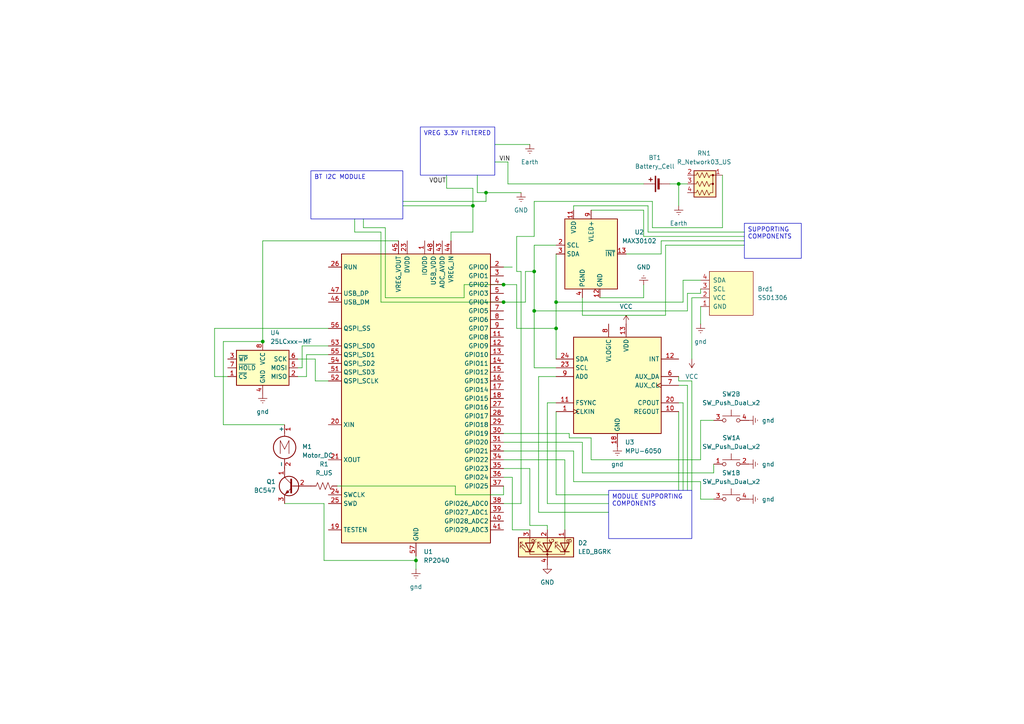
<source format=kicad_sch>
(kicad_sch
	(version 20231120)
	(generator "eeschema")
	(generator_version "8.0")
	(uuid "09868933-aace-4d5b-a05b-1aeb5922928e")
	(paper "A4")
	(title_block
		(title "SAE HEALTH TRACKER ")
		(rev "V1.1")
		(company "SOORYA ")
	)
	(lib_symbols
		(symbol "Device:Battery_Cell"
			(pin_numbers hide)
			(pin_names
				(offset 0) hide)
			(exclude_from_sim no)
			(in_bom yes)
			(on_board yes)
			(property "Reference" "BT"
				(at 2.54 2.54 0)
				(effects
					(font
						(size 1.27 1.27)
					)
					(justify left)
				)
			)
			(property "Value" "Battery_Cell"
				(at 2.54 0 0)
				(effects
					(font
						(size 1.27 1.27)
					)
					(justify left)
				)
			)
			(property "Footprint" ""
				(at 0 1.524 90)
				(effects
					(font
						(size 1.27 1.27)
					)
					(hide yes)
				)
			)
			(property "Datasheet" "~"
				(at 0 1.524 90)
				(effects
					(font
						(size 1.27 1.27)
					)
					(hide yes)
				)
			)
			(property "Description" "Single-cell battery"
				(at 0 0 0)
				(effects
					(font
						(size 1.27 1.27)
					)
					(hide yes)
				)
			)
			(property "ki_keywords" "battery cell"
				(at 0 0 0)
				(effects
					(font
						(size 1.27 1.27)
					)
					(hide yes)
				)
			)
			(symbol "Battery_Cell_0_1"
				(rectangle
					(start -2.286 1.778)
					(end 2.286 1.524)
					(stroke
						(width 0)
						(type default)
					)
					(fill
						(type outline)
					)
				)
				(rectangle
					(start -1.524 1.016)
					(end 1.524 0.508)
					(stroke
						(width 0)
						(type default)
					)
					(fill
						(type outline)
					)
				)
				(polyline
					(pts
						(xy 0 0.762) (xy 0 0)
					)
					(stroke
						(width 0)
						(type default)
					)
					(fill
						(type none)
					)
				)
				(polyline
					(pts
						(xy 0 1.778) (xy 0 2.54)
					)
					(stroke
						(width 0)
						(type default)
					)
					(fill
						(type none)
					)
				)
				(polyline
					(pts
						(xy 0.762 3.048) (xy 1.778 3.048)
					)
					(stroke
						(width 0.254)
						(type default)
					)
					(fill
						(type none)
					)
				)
				(polyline
					(pts
						(xy 1.27 3.556) (xy 1.27 2.54)
					)
					(stroke
						(width 0.254)
						(type default)
					)
					(fill
						(type none)
					)
				)
			)
			(symbol "Battery_Cell_1_1"
				(pin passive line
					(at 0 5.08 270)
					(length 2.54)
					(name "+"
						(effects
							(font
								(size 1.27 1.27)
							)
						)
					)
					(number "1"
						(effects
							(font
								(size 1.27 1.27)
							)
						)
					)
				)
				(pin passive line
					(at 0 -2.54 90)
					(length 2.54)
					(name "-"
						(effects
							(font
								(size 1.27 1.27)
							)
						)
					)
					(number "2"
						(effects
							(font
								(size 1.27 1.27)
							)
						)
					)
				)
			)
		)
		(symbol "Device:LED_BGRK"
			(pin_names
				(offset 0) hide)
			(exclude_from_sim no)
			(in_bom yes)
			(on_board yes)
			(property "Reference" "D"
				(at 0 9.398 0)
				(effects
					(font
						(size 1.27 1.27)
					)
				)
			)
			(property "Value" "LED_BGRK"
				(at 0 -8.89 0)
				(effects
					(font
						(size 1.27 1.27)
					)
				)
			)
			(property "Footprint" ""
				(at 0 -1.27 0)
				(effects
					(font
						(size 1.27 1.27)
					)
					(hide yes)
				)
			)
			(property "Datasheet" "~"
				(at 0 -1.27 0)
				(effects
					(font
						(size 1.27 1.27)
					)
					(hide yes)
				)
			)
			(property "Description" "RGB LED, blue/green/red/cathode"
				(at 0 0 0)
				(effects
					(font
						(size 1.27 1.27)
					)
					(hide yes)
				)
			)
			(property "ki_keywords" "LED RGB diode"
				(at 0 0 0)
				(effects
					(font
						(size 1.27 1.27)
					)
					(hide yes)
				)
			)
			(property "ki_fp_filters" "LED* LED_SMD:* LED_THT:*"
				(at 0 0 0)
				(effects
					(font
						(size 1.27 1.27)
					)
					(hide yes)
				)
			)
			(symbol "LED_BGRK_0_0"
				(text "B"
					(at 1.905 -6.35 0)
					(effects
						(font
							(size 1.27 1.27)
						)
					)
				)
				(text "G"
					(at 1.905 -1.27 0)
					(effects
						(font
							(size 1.27 1.27)
						)
					)
				)
				(text "R"
					(at 1.905 3.81 0)
					(effects
						(font
							(size 1.27 1.27)
						)
					)
				)
			)
			(symbol "LED_BGRK_0_1"
				(circle
					(center -2.032 0)
					(radius 0.254)
					(stroke
						(width 0)
						(type default)
					)
					(fill
						(type outline)
					)
				)
				(polyline
					(pts
						(xy -1.27 -5.08) (xy 1.27 -5.08)
					)
					(stroke
						(width 0)
						(type default)
					)
					(fill
						(type none)
					)
				)
				(polyline
					(pts
						(xy -1.27 -3.81) (xy -1.27 -6.35)
					)
					(stroke
						(width 0.254)
						(type default)
					)
					(fill
						(type none)
					)
				)
				(polyline
					(pts
						(xy -1.27 0) (xy -2.54 0)
					)
					(stroke
						(width 0)
						(type default)
					)
					(fill
						(type none)
					)
				)
				(polyline
					(pts
						(xy -1.27 1.27) (xy -1.27 -1.27)
					)
					(stroke
						(width 0.254)
						(type default)
					)
					(fill
						(type none)
					)
				)
				(polyline
					(pts
						(xy -1.27 5.08) (xy 1.27 5.08)
					)
					(stroke
						(width 0)
						(type default)
					)
					(fill
						(type none)
					)
				)
				(polyline
					(pts
						(xy -1.27 6.35) (xy -1.27 3.81)
					)
					(stroke
						(width 0.254)
						(type default)
					)
					(fill
						(type none)
					)
				)
				(polyline
					(pts
						(xy 1.27 -5.08) (xy 2.54 -5.08)
					)
					(stroke
						(width 0)
						(type default)
					)
					(fill
						(type none)
					)
				)
				(polyline
					(pts
						(xy 1.27 0) (xy -1.27 0)
					)
					(stroke
						(width 0)
						(type default)
					)
					(fill
						(type none)
					)
				)
				(polyline
					(pts
						(xy 1.27 0) (xy 2.54 0)
					)
					(stroke
						(width 0)
						(type default)
					)
					(fill
						(type none)
					)
				)
				(polyline
					(pts
						(xy 1.27 5.08) (xy 2.54 5.08)
					)
					(stroke
						(width 0)
						(type default)
					)
					(fill
						(type none)
					)
				)
				(polyline
					(pts
						(xy -1.27 1.27) (xy -1.27 -1.27) (xy -1.27 -1.27)
					)
					(stroke
						(width 0)
						(type default)
					)
					(fill
						(type none)
					)
				)
				(polyline
					(pts
						(xy -1.27 6.35) (xy -1.27 3.81) (xy -1.27 3.81)
					)
					(stroke
						(width 0)
						(type default)
					)
					(fill
						(type none)
					)
				)
				(polyline
					(pts
						(xy -1.27 5.08) (xy -2.032 5.08) (xy -2.032 -5.08) (xy -1.016 -5.08)
					)
					(stroke
						(width 0)
						(type default)
					)
					(fill
						(type none)
					)
				)
				(polyline
					(pts
						(xy 1.27 -3.81) (xy 1.27 -6.35) (xy -1.27 -5.08) (xy 1.27 -3.81)
					)
					(stroke
						(width 0.254)
						(type default)
					)
					(fill
						(type none)
					)
				)
				(polyline
					(pts
						(xy 1.27 1.27) (xy 1.27 -1.27) (xy -1.27 0) (xy 1.27 1.27)
					)
					(stroke
						(width 0.254)
						(type default)
					)
					(fill
						(type none)
					)
				)
				(polyline
					(pts
						(xy 1.27 6.35) (xy 1.27 3.81) (xy -1.27 5.08) (xy 1.27 6.35)
					)
					(stroke
						(width 0.254)
						(type default)
					)
					(fill
						(type none)
					)
				)
				(polyline
					(pts
						(xy -1.016 -3.81) (xy 0.508 -2.286) (xy -0.254 -2.286) (xy 0.508 -2.286) (xy 0.508 -3.048)
					)
					(stroke
						(width 0)
						(type default)
					)
					(fill
						(type none)
					)
				)
				(polyline
					(pts
						(xy -1.016 1.27) (xy 0.508 2.794) (xy -0.254 2.794) (xy 0.508 2.794) (xy 0.508 2.032)
					)
					(stroke
						(width 0)
						(type default)
					)
					(fill
						(type none)
					)
				)
				(polyline
					(pts
						(xy -1.016 6.35) (xy 0.508 7.874) (xy -0.254 7.874) (xy 0.508 7.874) (xy 0.508 7.112)
					)
					(stroke
						(width 0)
						(type default)
					)
					(fill
						(type none)
					)
				)
				(polyline
					(pts
						(xy 0 -3.81) (xy 1.524 -2.286) (xy 0.762 -2.286) (xy 1.524 -2.286) (xy 1.524 -3.048)
					)
					(stroke
						(width 0)
						(type default)
					)
					(fill
						(type none)
					)
				)
				(polyline
					(pts
						(xy 0 1.27) (xy 1.524 2.794) (xy 0.762 2.794) (xy 1.524 2.794) (xy 1.524 2.032)
					)
					(stroke
						(width 0)
						(type default)
					)
					(fill
						(type none)
					)
				)
				(polyline
					(pts
						(xy 0 6.35) (xy 1.524 7.874) (xy 0.762 7.874) (xy 1.524 7.874) (xy 1.524 7.112)
					)
					(stroke
						(width 0)
						(type default)
					)
					(fill
						(type none)
					)
				)
				(rectangle
					(start 1.27 -1.27)
					(end 1.27 1.27)
					(stroke
						(width 0)
						(type default)
					)
					(fill
						(type none)
					)
				)
				(rectangle
					(start 1.27 1.27)
					(end 1.27 1.27)
					(stroke
						(width 0)
						(type default)
					)
					(fill
						(type none)
					)
				)
				(rectangle
					(start 1.27 3.81)
					(end 1.27 6.35)
					(stroke
						(width 0)
						(type default)
					)
					(fill
						(type none)
					)
				)
				(rectangle
					(start 1.27 6.35)
					(end 1.27 6.35)
					(stroke
						(width 0)
						(type default)
					)
					(fill
						(type none)
					)
				)
				(rectangle
					(start 2.794 8.382)
					(end -2.794 -7.62)
					(stroke
						(width 0.254)
						(type default)
					)
					(fill
						(type background)
					)
				)
			)
			(symbol "LED_BGRK_1_1"
				(pin passive line
					(at 5.08 -5.08 180)
					(length 2.54)
					(name "BA"
						(effects
							(font
								(size 1.27 1.27)
							)
						)
					)
					(number "1"
						(effects
							(font
								(size 1.27 1.27)
							)
						)
					)
				)
				(pin passive line
					(at 5.08 0 180)
					(length 2.54)
					(name "GA"
						(effects
							(font
								(size 1.27 1.27)
							)
						)
					)
					(number "2"
						(effects
							(font
								(size 1.27 1.27)
							)
						)
					)
				)
				(pin passive line
					(at 5.08 5.08 180)
					(length 2.54)
					(name "RA"
						(effects
							(font
								(size 1.27 1.27)
							)
						)
					)
					(number "3"
						(effects
							(font
								(size 1.27 1.27)
							)
						)
					)
				)
				(pin passive line
					(at -5.08 0 0)
					(length 2.54)
					(name "K"
						(effects
							(font
								(size 1.27 1.27)
							)
						)
					)
					(number "4"
						(effects
							(font
								(size 1.27 1.27)
							)
						)
					)
				)
			)
		)
		(symbol "Device:R_Network03_US"
			(pin_names
				(offset 0) hide)
			(exclude_from_sim no)
			(in_bom yes)
			(on_board yes)
			(property "Reference" "RN"
				(at -5.08 0 90)
				(effects
					(font
						(size 1.27 1.27)
					)
				)
			)
			(property "Value" "R_Network03_US"
				(at 5.08 0 90)
				(effects
					(font
						(size 1.27 1.27)
					)
				)
			)
			(property "Footprint" "Resistor_THT:R_Array_SIP4"
				(at 6.985 0 90)
				(effects
					(font
						(size 1.27 1.27)
					)
					(hide yes)
				)
			)
			(property "Datasheet" "http://www.vishay.com/docs/31509/csc.pdf"
				(at 0 0 0)
				(effects
					(font
						(size 1.27 1.27)
					)
					(hide yes)
				)
			)
			(property "Description" "3 resistor network, star topology, bussed resistors, small US symbol"
				(at 0 0 0)
				(effects
					(font
						(size 1.27 1.27)
					)
					(hide yes)
				)
			)
			(property "ki_keywords" "R network star-topology"
				(at 0 0 0)
				(effects
					(font
						(size 1.27 1.27)
					)
					(hide yes)
				)
			)
			(property "ki_fp_filters" "R?Array?SIP*"
				(at 0 0 0)
				(effects
					(font
						(size 1.27 1.27)
					)
					(hide yes)
				)
			)
			(symbol "R_Network03_US_0_1"
				(rectangle
					(start -3.81 -3.175)
					(end 3.81 3.175)
					(stroke
						(width 0.254)
						(type default)
					)
					(fill
						(type background)
					)
				)
				(circle
					(center -2.54 2.286)
					(radius 0.254)
					(stroke
						(width 0)
						(type default)
					)
					(fill
						(type outline)
					)
				)
				(polyline
					(pts
						(xy -2.54 2.286) (xy 2.54 2.286)
					)
					(stroke
						(width 0)
						(type default)
					)
					(fill
						(type none)
					)
				)
				(polyline
					(pts
						(xy -2.54 2.286) (xy -2.54 1.524) (xy -1.778 1.1684) (xy -3.302 0.508) (xy -1.778 -0.1524) (xy -3.302 -0.8382)
						(xy -1.778 -1.524) (xy -3.302 -2.1844) (xy -2.54 -2.54) (xy -2.54 -3.81)
					)
					(stroke
						(width 0)
						(type default)
					)
					(fill
						(type none)
					)
				)
				(polyline
					(pts
						(xy 0 2.286) (xy 0 1.524) (xy 0.762 1.1684) (xy -0.762 0.508) (xy 0.762 -0.1524) (xy -0.762 -0.8382)
						(xy 0.762 -1.524) (xy -0.762 -2.1844) (xy 0 -2.54) (xy 0 -3.81)
					)
					(stroke
						(width 0)
						(type default)
					)
					(fill
						(type none)
					)
				)
				(polyline
					(pts
						(xy 2.54 2.286) (xy 2.54 1.524) (xy 3.302 1.1684) (xy 1.778 0.508) (xy 3.302 -0.1524) (xy 1.778 -0.8382)
						(xy 3.302 -1.524) (xy 1.778 -2.1844) (xy 2.54 -2.54) (xy 2.54 -3.81)
					)
					(stroke
						(width 0)
						(type default)
					)
					(fill
						(type none)
					)
				)
				(circle
					(center 0 2.286)
					(radius 0.254)
					(stroke
						(width 0)
						(type default)
					)
					(fill
						(type outline)
					)
				)
			)
			(symbol "R_Network03_US_1_1"
				(pin passive line
					(at -2.54 5.08 270)
					(length 2.54)
					(name "common"
						(effects
							(font
								(size 1.27 1.27)
							)
						)
					)
					(number "1"
						(effects
							(font
								(size 1.27 1.27)
							)
						)
					)
				)
				(pin passive line
					(at -2.54 -5.08 90)
					(length 1.27)
					(name "R1"
						(effects
							(font
								(size 1.27 1.27)
							)
						)
					)
					(number "2"
						(effects
							(font
								(size 1.27 1.27)
							)
						)
					)
				)
				(pin passive line
					(at 0 -5.08 90)
					(length 1.27)
					(name "R2"
						(effects
							(font
								(size 1.27 1.27)
							)
						)
					)
					(number "3"
						(effects
							(font
								(size 1.27 1.27)
							)
						)
					)
				)
				(pin passive line
					(at 2.54 -5.08 90)
					(length 1.27)
					(name "R3"
						(effects
							(font
								(size 1.27 1.27)
							)
						)
					)
					(number "4"
						(effects
							(font
								(size 1.27 1.27)
							)
						)
					)
				)
			)
		)
		(symbol "Device:R_US"
			(pin_numbers hide)
			(pin_names
				(offset 0)
			)
			(exclude_from_sim no)
			(in_bom yes)
			(on_board yes)
			(property "Reference" "R"
				(at 2.54 0 90)
				(effects
					(font
						(size 1.27 1.27)
					)
				)
			)
			(property "Value" "R_US"
				(at -2.54 0 90)
				(effects
					(font
						(size 1.27 1.27)
					)
				)
			)
			(property "Footprint" ""
				(at 1.016 -0.254 90)
				(effects
					(font
						(size 1.27 1.27)
					)
					(hide yes)
				)
			)
			(property "Datasheet" "~"
				(at 0 0 0)
				(effects
					(font
						(size 1.27 1.27)
					)
					(hide yes)
				)
			)
			(property "Description" "Resistor, US symbol"
				(at 0 0 0)
				(effects
					(font
						(size 1.27 1.27)
					)
					(hide yes)
				)
			)
			(property "ki_keywords" "R res resistor"
				(at 0 0 0)
				(effects
					(font
						(size 1.27 1.27)
					)
					(hide yes)
				)
			)
			(property "ki_fp_filters" "R_*"
				(at 0 0 0)
				(effects
					(font
						(size 1.27 1.27)
					)
					(hide yes)
				)
			)
			(symbol "R_US_0_1"
				(polyline
					(pts
						(xy 0 -2.286) (xy 0 -2.54)
					)
					(stroke
						(width 0)
						(type default)
					)
					(fill
						(type none)
					)
				)
				(polyline
					(pts
						(xy 0 2.286) (xy 0 2.54)
					)
					(stroke
						(width 0)
						(type default)
					)
					(fill
						(type none)
					)
				)
				(polyline
					(pts
						(xy 0 -0.762) (xy 1.016 -1.143) (xy 0 -1.524) (xy -1.016 -1.905) (xy 0 -2.286)
					)
					(stroke
						(width 0)
						(type default)
					)
					(fill
						(type none)
					)
				)
				(polyline
					(pts
						(xy 0 0.762) (xy 1.016 0.381) (xy 0 0) (xy -1.016 -0.381) (xy 0 -0.762)
					)
					(stroke
						(width 0)
						(type default)
					)
					(fill
						(type none)
					)
				)
				(polyline
					(pts
						(xy 0 2.286) (xy 1.016 1.905) (xy 0 1.524) (xy -1.016 1.143) (xy 0 0.762)
					)
					(stroke
						(width 0)
						(type default)
					)
					(fill
						(type none)
					)
				)
			)
			(symbol "R_US_1_1"
				(pin passive line
					(at 0 3.81 270)
					(length 1.27)
					(name "~"
						(effects
							(font
								(size 1.27 1.27)
							)
						)
					)
					(number "1"
						(effects
							(font
								(size 1.27 1.27)
							)
						)
					)
				)
				(pin passive line
					(at 0 -3.81 90)
					(length 1.27)
					(name "~"
						(effects
							(font
								(size 1.27 1.27)
							)
						)
					)
					(number "2"
						(effects
							(font
								(size 1.27 1.27)
							)
						)
					)
				)
			)
		)
		(symbol "MCU_RaspberryPi:RP2040"
			(exclude_from_sim no)
			(in_bom yes)
			(on_board yes)
			(property "Reference" "U"
				(at 17.78 45.72 0)
				(effects
					(font
						(size 1.27 1.27)
					)
				)
			)
			(property "Value" "RP2040"
				(at 17.78 43.18 0)
				(effects
					(font
						(size 1.27 1.27)
					)
				)
			)
			(property "Footprint" "Package_DFN_QFN:QFN-56-1EP_7x7mm_P0.4mm_EP3.2x3.2mm"
				(at 0 0 0)
				(effects
					(font
						(size 1.27 1.27)
					)
					(hide yes)
				)
			)
			(property "Datasheet" "https://datasheets.raspberrypi.com/rp2040/rp2040-datasheet.pdf"
				(at 0 0 0)
				(effects
					(font
						(size 1.27 1.27)
					)
					(hide yes)
				)
			)
			(property "Description" "A microcontroller by Raspberry Pi"
				(at 0 0 0)
				(effects
					(font
						(size 1.27 1.27)
					)
					(hide yes)
				)
			)
			(property "ki_keywords" "RP2040 ARM Cortex-M0+ USB"
				(at 0 0 0)
				(effects
					(font
						(size 1.27 1.27)
					)
					(hide yes)
				)
			)
			(property "ki_fp_filters" "QFN*1EP*7x7mm?P0.4mm*"
				(at 0 0 0)
				(effects
					(font
						(size 1.27 1.27)
					)
					(hide yes)
				)
			)
			(symbol "RP2040_0_1"
				(rectangle
					(start -21.59 41.91)
					(end 21.59 -41.91)
					(stroke
						(width 0.254)
						(type default)
					)
					(fill
						(type background)
					)
				)
			)
			(symbol "RP2040_1_1"
				(pin power_in line
					(at 2.54 45.72 270)
					(length 3.81)
					(name "IOVDD"
						(effects
							(font
								(size 1.27 1.27)
							)
						)
					)
					(number "1"
						(effects
							(font
								(size 1.27 1.27)
							)
						)
					)
				)
				(pin passive line
					(at 2.54 45.72 270)
					(length 3.81) hide
					(name "IOVDD"
						(effects
							(font
								(size 1.27 1.27)
							)
						)
					)
					(number "10"
						(effects
							(font
								(size 1.27 1.27)
							)
						)
					)
				)
				(pin bidirectional line
					(at 25.4 17.78 180)
					(length 3.81)
					(name "GPIO8"
						(effects
							(font
								(size 1.27 1.27)
							)
						)
					)
					(number "11"
						(effects
							(font
								(size 1.27 1.27)
							)
						)
					)
				)
				(pin bidirectional line
					(at 25.4 15.24 180)
					(length 3.81)
					(name "GPIO9"
						(effects
							(font
								(size 1.27 1.27)
							)
						)
					)
					(number "12"
						(effects
							(font
								(size 1.27 1.27)
							)
						)
					)
				)
				(pin bidirectional line
					(at 25.4 12.7 180)
					(length 3.81)
					(name "GPIO10"
						(effects
							(font
								(size 1.27 1.27)
							)
						)
					)
					(number "13"
						(effects
							(font
								(size 1.27 1.27)
							)
						)
					)
				)
				(pin bidirectional line
					(at 25.4 10.16 180)
					(length 3.81)
					(name "GPIO11"
						(effects
							(font
								(size 1.27 1.27)
							)
						)
					)
					(number "14"
						(effects
							(font
								(size 1.27 1.27)
							)
						)
					)
				)
				(pin bidirectional line
					(at 25.4 7.62 180)
					(length 3.81)
					(name "GPIO12"
						(effects
							(font
								(size 1.27 1.27)
							)
						)
					)
					(number "15"
						(effects
							(font
								(size 1.27 1.27)
							)
						)
					)
				)
				(pin bidirectional line
					(at 25.4 5.08 180)
					(length 3.81)
					(name "GPIO13"
						(effects
							(font
								(size 1.27 1.27)
							)
						)
					)
					(number "16"
						(effects
							(font
								(size 1.27 1.27)
							)
						)
					)
				)
				(pin bidirectional line
					(at 25.4 2.54 180)
					(length 3.81)
					(name "GPIO14"
						(effects
							(font
								(size 1.27 1.27)
							)
						)
					)
					(number "17"
						(effects
							(font
								(size 1.27 1.27)
							)
						)
					)
				)
				(pin bidirectional line
					(at 25.4 0 180)
					(length 3.81)
					(name "GPIO15"
						(effects
							(font
								(size 1.27 1.27)
							)
						)
					)
					(number "18"
						(effects
							(font
								(size 1.27 1.27)
							)
						)
					)
				)
				(pin input line
					(at -25.4 -38.1 0)
					(length 3.81)
					(name "TESTEN"
						(effects
							(font
								(size 1.27 1.27)
							)
						)
					)
					(number "19"
						(effects
							(font
								(size 1.27 1.27)
							)
						)
					)
				)
				(pin bidirectional line
					(at 25.4 38.1 180)
					(length 3.81)
					(name "GPIO0"
						(effects
							(font
								(size 1.27 1.27)
							)
						)
					)
					(number "2"
						(effects
							(font
								(size 1.27 1.27)
							)
						)
					)
				)
				(pin input line
					(at -25.4 -7.62 0)
					(length 3.81)
					(name "XIN"
						(effects
							(font
								(size 1.27 1.27)
							)
						)
					)
					(number "20"
						(effects
							(font
								(size 1.27 1.27)
							)
						)
					)
				)
				(pin passive line
					(at -25.4 -17.78 0)
					(length 3.81)
					(name "XOUT"
						(effects
							(font
								(size 1.27 1.27)
							)
						)
					)
					(number "21"
						(effects
							(font
								(size 1.27 1.27)
							)
						)
					)
				)
				(pin passive line
					(at 2.54 45.72 270)
					(length 3.81) hide
					(name "IOVDD"
						(effects
							(font
								(size 1.27 1.27)
							)
						)
					)
					(number "22"
						(effects
							(font
								(size 1.27 1.27)
							)
						)
					)
				)
				(pin power_in line
					(at -2.54 45.72 270)
					(length 3.81)
					(name "DVDD"
						(effects
							(font
								(size 1.27 1.27)
							)
						)
					)
					(number "23"
						(effects
							(font
								(size 1.27 1.27)
							)
						)
					)
				)
				(pin input line
					(at -25.4 -27.94 0)
					(length 3.81)
					(name "SWCLK"
						(effects
							(font
								(size 1.27 1.27)
							)
						)
					)
					(number "24"
						(effects
							(font
								(size 1.27 1.27)
							)
						)
					)
				)
				(pin bidirectional line
					(at -25.4 -30.48 0)
					(length 3.81)
					(name "SWD"
						(effects
							(font
								(size 1.27 1.27)
							)
						)
					)
					(number "25"
						(effects
							(font
								(size 1.27 1.27)
							)
						)
					)
				)
				(pin input line
					(at -25.4 38.1 0)
					(length 3.81)
					(name "RUN"
						(effects
							(font
								(size 1.27 1.27)
							)
						)
					)
					(number "26"
						(effects
							(font
								(size 1.27 1.27)
							)
						)
					)
				)
				(pin bidirectional line
					(at 25.4 -2.54 180)
					(length 3.81)
					(name "GPIO16"
						(effects
							(font
								(size 1.27 1.27)
							)
						)
					)
					(number "27"
						(effects
							(font
								(size 1.27 1.27)
							)
						)
					)
				)
				(pin bidirectional line
					(at 25.4 -5.08 180)
					(length 3.81)
					(name "GPIO17"
						(effects
							(font
								(size 1.27 1.27)
							)
						)
					)
					(number "28"
						(effects
							(font
								(size 1.27 1.27)
							)
						)
					)
				)
				(pin bidirectional line
					(at 25.4 -7.62 180)
					(length 3.81)
					(name "GPIO18"
						(effects
							(font
								(size 1.27 1.27)
							)
						)
					)
					(number "29"
						(effects
							(font
								(size 1.27 1.27)
							)
						)
					)
				)
				(pin bidirectional line
					(at 25.4 35.56 180)
					(length 3.81)
					(name "GPIO1"
						(effects
							(font
								(size 1.27 1.27)
							)
						)
					)
					(number "3"
						(effects
							(font
								(size 1.27 1.27)
							)
						)
					)
				)
				(pin bidirectional line
					(at 25.4 -10.16 180)
					(length 3.81)
					(name "GPIO19"
						(effects
							(font
								(size 1.27 1.27)
							)
						)
					)
					(number "30"
						(effects
							(font
								(size 1.27 1.27)
							)
						)
					)
				)
				(pin bidirectional line
					(at 25.4 -12.7 180)
					(length 3.81)
					(name "GPIO20"
						(effects
							(font
								(size 1.27 1.27)
							)
						)
					)
					(number "31"
						(effects
							(font
								(size 1.27 1.27)
							)
						)
					)
				)
				(pin bidirectional line
					(at 25.4 -15.24 180)
					(length 3.81)
					(name "GPIO21"
						(effects
							(font
								(size 1.27 1.27)
							)
						)
					)
					(number "32"
						(effects
							(font
								(size 1.27 1.27)
							)
						)
					)
				)
				(pin passive line
					(at 2.54 45.72 270)
					(length 3.81) hide
					(name "IOVDD"
						(effects
							(font
								(size 1.27 1.27)
							)
						)
					)
					(number "33"
						(effects
							(font
								(size 1.27 1.27)
							)
						)
					)
				)
				(pin bidirectional line
					(at 25.4 -17.78 180)
					(length 3.81)
					(name "GPIO22"
						(effects
							(font
								(size 1.27 1.27)
							)
						)
					)
					(number "34"
						(effects
							(font
								(size 1.27 1.27)
							)
						)
					)
				)
				(pin bidirectional line
					(at 25.4 -20.32 180)
					(length 3.81)
					(name "GPIO23"
						(effects
							(font
								(size 1.27 1.27)
							)
						)
					)
					(number "35"
						(effects
							(font
								(size 1.27 1.27)
							)
						)
					)
				)
				(pin bidirectional line
					(at 25.4 -22.86 180)
					(length 3.81)
					(name "GPIO24"
						(effects
							(font
								(size 1.27 1.27)
							)
						)
					)
					(number "36"
						(effects
							(font
								(size 1.27 1.27)
							)
						)
					)
				)
				(pin bidirectional line
					(at 25.4 -25.4 180)
					(length 3.81)
					(name "GPIO25"
						(effects
							(font
								(size 1.27 1.27)
							)
						)
					)
					(number "37"
						(effects
							(font
								(size 1.27 1.27)
							)
						)
					)
				)
				(pin bidirectional line
					(at 25.4 -30.48 180)
					(length 3.81)
					(name "GPIO26_ADC0"
						(effects
							(font
								(size 1.27 1.27)
							)
						)
					)
					(number "38"
						(effects
							(font
								(size 1.27 1.27)
							)
						)
					)
				)
				(pin bidirectional line
					(at 25.4 -33.02 180)
					(length 3.81)
					(name "GPIO27_ADC1"
						(effects
							(font
								(size 1.27 1.27)
							)
						)
					)
					(number "39"
						(effects
							(font
								(size 1.27 1.27)
							)
						)
					)
				)
				(pin bidirectional line
					(at 25.4 33.02 180)
					(length 3.81)
					(name "GPIO2"
						(effects
							(font
								(size 1.27 1.27)
							)
						)
					)
					(number "4"
						(effects
							(font
								(size 1.27 1.27)
							)
						)
					)
				)
				(pin bidirectional line
					(at 25.4 -35.56 180)
					(length 3.81)
					(name "GPIO28_ADC2"
						(effects
							(font
								(size 1.27 1.27)
							)
						)
					)
					(number "40"
						(effects
							(font
								(size 1.27 1.27)
							)
						)
					)
				)
				(pin bidirectional line
					(at 25.4 -38.1 180)
					(length 3.81)
					(name "GPIO29_ADC3"
						(effects
							(font
								(size 1.27 1.27)
							)
						)
					)
					(number "41"
						(effects
							(font
								(size 1.27 1.27)
							)
						)
					)
				)
				(pin passive line
					(at 2.54 45.72 270)
					(length 3.81) hide
					(name "IOVDD"
						(effects
							(font
								(size 1.27 1.27)
							)
						)
					)
					(number "42"
						(effects
							(font
								(size 1.27 1.27)
							)
						)
					)
				)
				(pin power_in line
					(at 7.62 45.72 270)
					(length 3.81)
					(name "ADC_AVDD"
						(effects
							(font
								(size 1.27 1.27)
							)
						)
					)
					(number "43"
						(effects
							(font
								(size 1.27 1.27)
							)
						)
					)
				)
				(pin power_in line
					(at 10.16 45.72 270)
					(length 3.81)
					(name "VREG_IN"
						(effects
							(font
								(size 1.27 1.27)
							)
						)
					)
					(number "44"
						(effects
							(font
								(size 1.27 1.27)
							)
						)
					)
				)
				(pin power_out line
					(at -5.08 45.72 270)
					(length 3.81)
					(name "VREG_VOUT"
						(effects
							(font
								(size 1.27 1.27)
							)
						)
					)
					(number "45"
						(effects
							(font
								(size 1.27 1.27)
							)
						)
					)
				)
				(pin bidirectional line
					(at -25.4 27.94 0)
					(length 3.81)
					(name "USB_DM"
						(effects
							(font
								(size 1.27 1.27)
							)
						)
					)
					(number "46"
						(effects
							(font
								(size 1.27 1.27)
							)
						)
					)
				)
				(pin bidirectional line
					(at -25.4 30.48 0)
					(length 3.81)
					(name "USB_DP"
						(effects
							(font
								(size 1.27 1.27)
							)
						)
					)
					(number "47"
						(effects
							(font
								(size 1.27 1.27)
							)
						)
					)
				)
				(pin power_in line
					(at 5.08 45.72 270)
					(length 3.81)
					(name "USB_VDD"
						(effects
							(font
								(size 1.27 1.27)
							)
						)
					)
					(number "48"
						(effects
							(font
								(size 1.27 1.27)
							)
						)
					)
				)
				(pin passive line
					(at 2.54 45.72 270)
					(length 3.81) hide
					(name "IOVDD"
						(effects
							(font
								(size 1.27 1.27)
							)
						)
					)
					(number "49"
						(effects
							(font
								(size 1.27 1.27)
							)
						)
					)
				)
				(pin bidirectional line
					(at 25.4 30.48 180)
					(length 3.81)
					(name "GPIO3"
						(effects
							(font
								(size 1.27 1.27)
							)
						)
					)
					(number "5"
						(effects
							(font
								(size 1.27 1.27)
							)
						)
					)
				)
				(pin passive line
					(at -2.54 45.72 270)
					(length 3.81) hide
					(name "DVDD"
						(effects
							(font
								(size 1.27 1.27)
							)
						)
					)
					(number "50"
						(effects
							(font
								(size 1.27 1.27)
							)
						)
					)
				)
				(pin bidirectional line
					(at -25.4 7.62 0)
					(length 3.81)
					(name "QSPI_SD3"
						(effects
							(font
								(size 1.27 1.27)
							)
						)
					)
					(number "51"
						(effects
							(font
								(size 1.27 1.27)
							)
						)
					)
				)
				(pin output line
					(at -25.4 5.08 0)
					(length 3.81)
					(name "QSPI_SCLK"
						(effects
							(font
								(size 1.27 1.27)
							)
						)
					)
					(number "52"
						(effects
							(font
								(size 1.27 1.27)
							)
						)
					)
				)
				(pin bidirectional line
					(at -25.4 15.24 0)
					(length 3.81)
					(name "QSPI_SD0"
						(effects
							(font
								(size 1.27 1.27)
							)
						)
					)
					(number "53"
						(effects
							(font
								(size 1.27 1.27)
							)
						)
					)
				)
				(pin bidirectional line
					(at -25.4 10.16 0)
					(length 3.81)
					(name "QSPI_SD2"
						(effects
							(font
								(size 1.27 1.27)
							)
						)
					)
					(number "54"
						(effects
							(font
								(size 1.27 1.27)
							)
						)
					)
				)
				(pin bidirectional line
					(at -25.4 12.7 0)
					(length 3.81)
					(name "QSPI_SD1"
						(effects
							(font
								(size 1.27 1.27)
							)
						)
					)
					(number "55"
						(effects
							(font
								(size 1.27 1.27)
							)
						)
					)
				)
				(pin bidirectional line
					(at -25.4 20.32 0)
					(length 3.81)
					(name "QSPI_SS"
						(effects
							(font
								(size 1.27 1.27)
							)
						)
					)
					(number "56"
						(effects
							(font
								(size 1.27 1.27)
							)
						)
					)
				)
				(pin power_in line
					(at 0 -45.72 90)
					(length 3.81)
					(name "GND"
						(effects
							(font
								(size 1.27 1.27)
							)
						)
					)
					(number "57"
						(effects
							(font
								(size 1.27 1.27)
							)
						)
					)
				)
				(pin bidirectional line
					(at 25.4 27.94 180)
					(length 3.81)
					(name "GPIO4"
						(effects
							(font
								(size 1.27 1.27)
							)
						)
					)
					(number "6"
						(effects
							(font
								(size 1.27 1.27)
							)
						)
					)
				)
				(pin bidirectional line
					(at 25.4 25.4 180)
					(length 3.81)
					(name "GPIO5"
						(effects
							(font
								(size 1.27 1.27)
							)
						)
					)
					(number "7"
						(effects
							(font
								(size 1.27 1.27)
							)
						)
					)
				)
				(pin bidirectional line
					(at 25.4 22.86 180)
					(length 3.81)
					(name "GPIO6"
						(effects
							(font
								(size 1.27 1.27)
							)
						)
					)
					(number "8"
						(effects
							(font
								(size 1.27 1.27)
							)
						)
					)
				)
				(pin bidirectional line
					(at 25.4 20.32 180)
					(length 3.81)
					(name "GPIO7"
						(effects
							(font
								(size 1.27 1.27)
							)
						)
					)
					(number "9"
						(effects
							(font
								(size 1.27 1.27)
							)
						)
					)
				)
			)
		)
		(symbol "Memory_EEPROM:25LCxxx-MF"
			(exclude_from_sim no)
			(in_bom yes)
			(on_board yes)
			(property "Reference" "U"
				(at -7.62 6.35 0)
				(effects
					(font
						(size 1.27 1.27)
					)
				)
			)
			(property "Value" "25LCxxx-MF"
				(at 2.54 -6.35 0)
				(effects
					(font
						(size 1.27 1.27)
					)
					(justify left)
				)
			)
			(property "Footprint" "Package_DFN_QFN:WFDFPN-8-1EP_3x2mm_P0.5mm_EP1.25x1.35mm"
				(at 0 0 0)
				(effects
					(font
						(size 1.27 1.27)
					)
					(hide yes)
				)
			)
			(property "Datasheet" "https://ww1.microchip.com/downloads/en/DeviceDoc/25LC512-512-Kbit-SPI-Bus-Serial-EEPROM-20002065D.pdf"
				(at 0 0 0)
				(effects
					(font
						(size 1.27 1.27)
					)
					(hide yes)
				)
			)
			(property "Description" "SPI Serial EEPROM, DFN-8"
				(at 0 0 0)
				(effects
					(font
						(size 1.27 1.27)
					)
					(hide yes)
				)
			)
			(property "ki_keywords" "EEPROM memory SPI serial"
				(at 0 0 0)
				(effects
					(font
						(size 1.27 1.27)
					)
					(hide yes)
				)
			)
			(property "ki_fp_filters" "WFDFPN*3x2mm*P0.5mm*"
				(at 0 0 0)
				(effects
					(font
						(size 1.27 1.27)
					)
					(hide yes)
				)
			)
			(symbol "25LCxxx-MF_1_1"
				(rectangle
					(start -7.62 5.08)
					(end 7.62 -5.08)
					(stroke
						(width 0.254)
						(type default)
					)
					(fill
						(type background)
					)
				)
				(pin input line
					(at -10.16 -2.54 0)
					(length 2.54)
					(name "~{CS}"
						(effects
							(font
								(size 1.27 1.27)
							)
						)
					)
					(number "1"
						(effects
							(font
								(size 1.27 1.27)
							)
						)
					)
				)
				(pin tri_state line
					(at 10.16 -2.54 180)
					(length 2.54)
					(name "MISO"
						(effects
							(font
								(size 1.27 1.27)
							)
						)
					)
					(number "2"
						(effects
							(font
								(size 1.27 1.27)
							)
						)
					)
				)
				(pin input line
					(at -10.16 2.54 0)
					(length 2.54)
					(name "~{WP}"
						(effects
							(font
								(size 1.27 1.27)
							)
						)
					)
					(number "3"
						(effects
							(font
								(size 1.27 1.27)
							)
						)
					)
				)
				(pin power_in line
					(at 0 -7.62 90)
					(length 2.54)
					(name "GND"
						(effects
							(font
								(size 1.27 1.27)
							)
						)
					)
					(number "4"
						(effects
							(font
								(size 1.27 1.27)
							)
						)
					)
				)
				(pin input line
					(at 10.16 0 180)
					(length 2.54)
					(name "MOSI"
						(effects
							(font
								(size 1.27 1.27)
							)
						)
					)
					(number "5"
						(effects
							(font
								(size 1.27 1.27)
							)
						)
					)
				)
				(pin input line
					(at 10.16 2.54 180)
					(length 2.54)
					(name "SCK"
						(effects
							(font
								(size 1.27 1.27)
							)
						)
					)
					(number "6"
						(effects
							(font
								(size 1.27 1.27)
							)
						)
					)
				)
				(pin input line
					(at -10.16 0 0)
					(length 2.54)
					(name "~{HOLD}"
						(effects
							(font
								(size 1.27 1.27)
							)
						)
					)
					(number "7"
						(effects
							(font
								(size 1.27 1.27)
							)
						)
					)
				)
				(pin power_in line
					(at 0 7.62 270)
					(length 2.54)
					(name "VCC"
						(effects
							(font
								(size 1.27 1.27)
							)
						)
					)
					(number "8"
						(effects
							(font
								(size 1.27 1.27)
							)
						)
					)
				)
				(pin passive line
					(at 0 -7.62 90)
					(length 2.54) hide
					(name "GND"
						(effects
							(font
								(size 1.27 1.27)
							)
						)
					)
					(number "9"
						(effects
							(font
								(size 1.27 1.27)
							)
						)
					)
				)
			)
		)
		(symbol "Motor:Motor_DC"
			(pin_names
				(offset 0)
			)
			(exclude_from_sim no)
			(in_bom yes)
			(on_board yes)
			(property "Reference" "M"
				(at 2.54 2.54 0)
				(effects
					(font
						(size 1.27 1.27)
					)
					(justify left)
				)
			)
			(property "Value" "Motor_DC"
				(at 2.54 -5.08 0)
				(effects
					(font
						(size 1.27 1.27)
					)
					(justify left top)
				)
			)
			(property "Footprint" ""
				(at 0 -2.286 0)
				(effects
					(font
						(size 1.27 1.27)
					)
					(hide yes)
				)
			)
			(property "Datasheet" "~"
				(at 0 -2.286 0)
				(effects
					(font
						(size 1.27 1.27)
					)
					(hide yes)
				)
			)
			(property "Description" "DC Motor"
				(at 0 0 0)
				(effects
					(font
						(size 1.27 1.27)
					)
					(hide yes)
				)
			)
			(property "ki_keywords" "DC Motor"
				(at 0 0 0)
				(effects
					(font
						(size 1.27 1.27)
					)
					(hide yes)
				)
			)
			(property "ki_fp_filters" "PinHeader*P2.54mm* TerminalBlock*"
				(at 0 0 0)
				(effects
					(font
						(size 1.27 1.27)
					)
					(hide yes)
				)
			)
			(symbol "Motor_DC_0_0"
				(polyline
					(pts
						(xy -1.27 -3.302) (xy -1.27 0.508) (xy 0 -2.032) (xy 1.27 0.508) (xy 1.27 -3.302)
					)
					(stroke
						(width 0)
						(type default)
					)
					(fill
						(type none)
					)
				)
			)
			(symbol "Motor_DC_0_1"
				(circle
					(center 0 -1.524)
					(radius 3.2512)
					(stroke
						(width 0.254)
						(type default)
					)
					(fill
						(type none)
					)
				)
				(polyline
					(pts
						(xy 0 -7.62) (xy 0 -7.112)
					)
					(stroke
						(width 0)
						(type default)
					)
					(fill
						(type none)
					)
				)
				(polyline
					(pts
						(xy 0 -4.7752) (xy 0 -5.1816)
					)
					(stroke
						(width 0)
						(type default)
					)
					(fill
						(type none)
					)
				)
				(polyline
					(pts
						(xy 0 1.7272) (xy 0 2.0828)
					)
					(stroke
						(width 0)
						(type default)
					)
					(fill
						(type none)
					)
				)
				(polyline
					(pts
						(xy 0 2.032) (xy 0 2.54)
					)
					(stroke
						(width 0)
						(type default)
					)
					(fill
						(type none)
					)
				)
			)
			(symbol "Motor_DC_1_1"
				(pin passive line
					(at 0 5.08 270)
					(length 2.54)
					(name "+"
						(effects
							(font
								(size 1.27 1.27)
							)
						)
					)
					(number "1"
						(effects
							(font
								(size 1.27 1.27)
							)
						)
					)
				)
				(pin passive line
					(at 0 -7.62 90)
					(length 2.54)
					(name "-"
						(effects
							(font
								(size 1.27 1.27)
							)
						)
					)
					(number "2"
						(effects
							(font
								(size 1.27 1.27)
							)
						)
					)
				)
			)
		)
		(symbol "Sensor:MAX30102"
			(exclude_from_sim no)
			(in_bom yes)
			(on_board yes)
			(property "Reference" "U"
				(at 7.62 15.24 0)
				(effects
					(font
						(size 1.27 1.27)
					)
				)
			)
			(property "Value" "MAX30102"
				(at 7.62 12.7 0)
				(effects
					(font
						(size 1.27 1.27)
					)
				)
			)
			(property "Footprint" "OptoDevice:Maxim_OLGA-14_3.3x5.6mm_P0.8mm"
				(at 0 -2.54 0)
				(effects
					(font
						(size 1.27 1.27)
					)
					(hide yes)
				)
			)
			(property "Datasheet" "https://datasheets.maximintegrated.com/en/ds/MAX30102.pdf"
				(at 0 0 0)
				(effects
					(font
						(size 1.27 1.27)
					)
					(hide yes)
				)
			)
			(property "Description" "Heart Rate Sensor, 14-OLGA"
				(at 0 0 0)
				(effects
					(font
						(size 1.27 1.27)
					)
					(hide yes)
				)
			)
			(property "ki_keywords" "Heart Rate"
				(at 0 0 0)
				(effects
					(font
						(size 1.27 1.27)
					)
					(hide yes)
				)
			)
			(property "ki_fp_filters" "Maxim*OLGA*3.3x5.6mm*P0.8mm*"
				(at 0 0 0)
				(effects
					(font
						(size 1.27 1.27)
					)
					(hide yes)
				)
			)
			(symbol "MAX30102_0_1"
				(rectangle
					(start -7.62 10.16)
					(end 7.62 -10.16)
					(stroke
						(width 0.254)
						(type default)
					)
					(fill
						(type background)
					)
				)
			)
			(symbol "MAX30102_1_1"
				(pin no_connect line
					(at -7.62 5.08 0)
					(length 2.54) hide
					(name "NC"
						(effects
							(font
								(size 1.27 1.27)
							)
						)
					)
					(number "1"
						(effects
							(font
								(size 1.27 1.27)
							)
						)
					)
				)
				(pin passive line
					(at 0 12.7 270)
					(length 2.54) hide
					(name "VLED+"
						(effects
							(font
								(size 1.27 1.27)
							)
						)
					)
					(number "10"
						(effects
							(font
								(size 1.27 1.27)
							)
						)
					)
				)
				(pin power_in line
					(at -5.08 12.7 270)
					(length 2.54)
					(name "VDD"
						(effects
							(font
								(size 1.27 1.27)
							)
						)
					)
					(number "11"
						(effects
							(font
								(size 1.27 1.27)
							)
						)
					)
				)
				(pin power_in line
					(at 2.54 -12.7 90)
					(length 2.54)
					(name "GND"
						(effects
							(font
								(size 1.27 1.27)
							)
						)
					)
					(number "12"
						(effects
							(font
								(size 1.27 1.27)
							)
						)
					)
				)
				(pin output line
					(at 10.16 0 180)
					(length 2.54)
					(name "~{INT}"
						(effects
							(font
								(size 1.27 1.27)
							)
						)
					)
					(number "13"
						(effects
							(font
								(size 1.27 1.27)
							)
						)
					)
				)
				(pin no_connect line
					(at 7.62 2.54 180)
					(length 2.54) hide
					(name "NC"
						(effects
							(font
								(size 1.27 1.27)
							)
						)
					)
					(number "14"
						(effects
							(font
								(size 1.27 1.27)
							)
						)
					)
				)
				(pin input line
					(at -10.16 2.54 0)
					(length 2.54)
					(name "SCL"
						(effects
							(font
								(size 1.27 1.27)
							)
						)
					)
					(number "2"
						(effects
							(font
								(size 1.27 1.27)
							)
						)
					)
				)
				(pin bidirectional line
					(at -10.16 0 0)
					(length 2.54)
					(name "SDA"
						(effects
							(font
								(size 1.27 1.27)
							)
						)
					)
					(number "3"
						(effects
							(font
								(size 1.27 1.27)
							)
						)
					)
				)
				(pin power_in line
					(at -2.54 -12.7 90)
					(length 2.54)
					(name "PGND"
						(effects
							(font
								(size 1.27 1.27)
							)
						)
					)
					(number "4"
						(effects
							(font
								(size 1.27 1.27)
							)
						)
					)
				)
				(pin no_connect line
					(at 7.62 -7.62 180)
					(length 2.54) hide
					(name "NC"
						(effects
							(font
								(size 1.27 1.27)
							)
						)
					)
					(number "5"
						(effects
							(font
								(size 1.27 1.27)
							)
						)
					)
				)
				(pin no_connect line
					(at 7.62 -5.08 180)
					(length 2.54) hide
					(name "NC"
						(effects
							(font
								(size 1.27 1.27)
							)
						)
					)
					(number "6"
						(effects
							(font
								(size 1.27 1.27)
							)
						)
					)
				)
				(pin no_connect line
					(at -7.62 -2.54 0)
					(length 2.54) hide
					(name "NC"
						(effects
							(font
								(size 1.27 1.27)
							)
						)
					)
					(number "7"
						(effects
							(font
								(size 1.27 1.27)
							)
						)
					)
				)
				(pin no_connect line
					(at 7.62 5.08 180)
					(length 2.54) hide
					(name "NC"
						(effects
							(font
								(size 1.27 1.27)
							)
						)
					)
					(number "8"
						(effects
							(font
								(size 1.27 1.27)
							)
						)
					)
				)
				(pin power_in line
					(at 0 12.7 270)
					(length 2.54)
					(name "VLED+"
						(effects
							(font
								(size 1.27 1.27)
							)
						)
					)
					(number "9"
						(effects
							(font
								(size 1.27 1.27)
							)
						)
					)
				)
			)
		)
		(symbol "Sensor_Motion:MPU-6050"
			(exclude_from_sim no)
			(in_bom yes)
			(on_board yes)
			(property "Reference" "U"
				(at -11.43 13.97 0)
				(effects
					(font
						(size 1.27 1.27)
					)
				)
			)
			(property "Value" "MPU-6050"
				(at 7.62 -15.24 0)
				(effects
					(font
						(size 1.27 1.27)
					)
				)
			)
			(property "Footprint" "Sensor_Motion:InvenSense_QFN-24_4x4mm_P0.5mm"
				(at 0 -20.32 0)
				(effects
					(font
						(size 1.27 1.27)
					)
					(hide yes)
				)
			)
			(property "Datasheet" "https://invensense.tdk.com/wp-content/uploads/2015/02/MPU-6000-Datasheet1.pdf"
				(at 0 -3.81 0)
				(effects
					(font
						(size 1.27 1.27)
					)
					(hide yes)
				)
			)
			(property "Description" "InvenSense 6-Axis Motion Sensor, Gyroscope, Accelerometer, I2C"
				(at 0 0 0)
				(effects
					(font
						(size 1.27 1.27)
					)
					(hide yes)
				)
			)
			(property "ki_keywords" "mems"
				(at 0 0 0)
				(effects
					(font
						(size 1.27 1.27)
					)
					(hide yes)
				)
			)
			(property "ki_fp_filters" "*QFN*4x4mm*P0.5mm*"
				(at 0 0 0)
				(effects
					(font
						(size 1.27 1.27)
					)
					(hide yes)
				)
			)
			(symbol "MPU-6050_0_0"
				(text ""
					(at 12.7 -2.54 0)
					(effects
						(font
							(size 1.27 1.27)
						)
					)
				)
			)
			(symbol "MPU-6050_0_1"
				(rectangle
					(start -12.7 13.97)
					(end 12.7 -13.97)
					(stroke
						(width 0.254)
						(type default)
					)
					(fill
						(type background)
					)
				)
			)
			(symbol "MPU-6050_1_1"
				(pin input clock
					(at -17.78 -7.62 0)
					(length 5.08)
					(name "CLKIN"
						(effects
							(font
								(size 1.27 1.27)
							)
						)
					)
					(number "1"
						(effects
							(font
								(size 1.27 1.27)
							)
						)
					)
				)
				(pin passive line
					(at 17.78 -7.62 180)
					(length 5.08)
					(name "REGOUT"
						(effects
							(font
								(size 1.27 1.27)
							)
						)
					)
					(number "10"
						(effects
							(font
								(size 1.27 1.27)
							)
						)
					)
				)
				(pin input line
					(at -17.78 -5.08 0)
					(length 5.08)
					(name "FSYNC"
						(effects
							(font
								(size 1.27 1.27)
							)
						)
					)
					(number "11"
						(effects
							(font
								(size 1.27 1.27)
							)
						)
					)
				)
				(pin output line
					(at 17.78 7.62 180)
					(length 5.08)
					(name "INT"
						(effects
							(font
								(size 1.27 1.27)
							)
						)
					)
					(number "12"
						(effects
							(font
								(size 1.27 1.27)
							)
						)
					)
				)
				(pin power_in line
					(at 2.54 17.78 270)
					(length 3.81)
					(name "VDD"
						(effects
							(font
								(size 1.27 1.27)
							)
						)
					)
					(number "13"
						(effects
							(font
								(size 1.27 1.27)
							)
						)
					)
				)
				(pin no_connect line
					(at -12.7 -10.16 0)
					(length 2.54) hide
					(name "NC"
						(effects
							(font
								(size 1.27 1.27)
							)
						)
					)
					(number "14"
						(effects
							(font
								(size 1.27 1.27)
							)
						)
					)
				)
				(pin no_connect line
					(at 12.7 12.7 180)
					(length 2.54) hide
					(name "NC"
						(effects
							(font
								(size 1.27 1.27)
							)
						)
					)
					(number "15"
						(effects
							(font
								(size 1.27 1.27)
							)
						)
					)
				)
				(pin no_connect line
					(at 12.7 10.16 180)
					(length 2.54) hide
					(name "NC"
						(effects
							(font
								(size 1.27 1.27)
							)
						)
					)
					(number "16"
						(effects
							(font
								(size 1.27 1.27)
							)
						)
					)
				)
				(pin no_connect line
					(at 12.7 5.08 180)
					(length 2.54) hide
					(name "NC"
						(effects
							(font
								(size 1.27 1.27)
							)
						)
					)
					(number "17"
						(effects
							(font
								(size 1.27 1.27)
							)
						)
					)
				)
				(pin power_in line
					(at 0 -17.78 90)
					(length 3.81)
					(name "GND"
						(effects
							(font
								(size 1.27 1.27)
							)
						)
					)
					(number "18"
						(effects
							(font
								(size 1.27 1.27)
							)
						)
					)
				)
				(pin no_connect line
					(at 12.7 -10.16 180)
					(length 2.54) hide
					(name "RESV"
						(effects
							(font
								(size 1.27 1.27)
							)
						)
					)
					(number "19"
						(effects
							(font
								(size 1.27 1.27)
							)
						)
					)
				)
				(pin no_connect line
					(at -12.7 12.7 0)
					(length 2.54) hide
					(name "NC"
						(effects
							(font
								(size 1.27 1.27)
							)
						)
					)
					(number "2"
						(effects
							(font
								(size 1.27 1.27)
							)
						)
					)
				)
				(pin passive line
					(at 17.78 -5.08 180)
					(length 5.08)
					(name "CPOUT"
						(effects
							(font
								(size 1.27 1.27)
							)
						)
					)
					(number "20"
						(effects
							(font
								(size 1.27 1.27)
							)
						)
					)
				)
				(pin no_connect line
					(at 12.7 -2.54 180)
					(length 2.54) hide
					(name "RESV"
						(effects
							(font
								(size 1.27 1.27)
							)
						)
					)
					(number "21"
						(effects
							(font
								(size 1.27 1.27)
							)
						)
					)
				)
				(pin no_connect line
					(at 12.7 -12.7 180)
					(length 2.54) hide
					(name "RESV"
						(effects
							(font
								(size 1.27 1.27)
							)
						)
					)
					(number "22"
						(effects
							(font
								(size 1.27 1.27)
							)
						)
					)
				)
				(pin input line
					(at -17.78 5.08 0)
					(length 5.08)
					(name "SCL"
						(effects
							(font
								(size 1.27 1.27)
							)
						)
					)
					(number "23"
						(effects
							(font
								(size 1.27 1.27)
							)
						)
					)
				)
				(pin bidirectional line
					(at -17.78 7.62 0)
					(length 5.08)
					(name "SDA"
						(effects
							(font
								(size 1.27 1.27)
							)
						)
					)
					(number "24"
						(effects
							(font
								(size 1.27 1.27)
							)
						)
					)
				)
				(pin no_connect line
					(at -12.7 10.16 0)
					(length 2.54) hide
					(name "NC"
						(effects
							(font
								(size 1.27 1.27)
							)
						)
					)
					(number "3"
						(effects
							(font
								(size 1.27 1.27)
							)
						)
					)
				)
				(pin no_connect line
					(at -12.7 0 0)
					(length 2.54) hide
					(name "NC"
						(effects
							(font
								(size 1.27 1.27)
							)
						)
					)
					(number "4"
						(effects
							(font
								(size 1.27 1.27)
							)
						)
					)
				)
				(pin no_connect line
					(at -12.7 -2.54 0)
					(length 2.54) hide
					(name "NC"
						(effects
							(font
								(size 1.27 1.27)
							)
						)
					)
					(number "5"
						(effects
							(font
								(size 1.27 1.27)
							)
						)
					)
				)
				(pin bidirectional line
					(at 17.78 2.54 180)
					(length 5.08)
					(name "AUX_DA"
						(effects
							(font
								(size 1.27 1.27)
							)
						)
					)
					(number "6"
						(effects
							(font
								(size 1.27 1.27)
							)
						)
					)
				)
				(pin output clock
					(at 17.78 0 180)
					(length 5.08)
					(name "AUX_CL"
						(effects
							(font
								(size 1.27 1.27)
							)
						)
					)
					(number "7"
						(effects
							(font
								(size 1.27 1.27)
							)
						)
					)
				)
				(pin power_in line
					(at -2.54 17.78 270)
					(length 3.81)
					(name "VLOGIC"
						(effects
							(font
								(size 1.27 1.27)
							)
						)
					)
					(number "8"
						(effects
							(font
								(size 1.27 1.27)
							)
						)
					)
				)
				(pin input line
					(at -17.78 2.54 0)
					(length 5.08)
					(name "AD0"
						(effects
							(font
								(size 1.27 1.27)
							)
						)
					)
					(number "9"
						(effects
							(font
								(size 1.27 1.27)
							)
						)
					)
				)
			)
		)
		(symbol "Switch:SW_Push_Dual_x2"
			(pin_names
				(offset 1.016) hide)
			(exclude_from_sim no)
			(in_bom yes)
			(on_board yes)
			(property "Reference" "SW"
				(at 1.27 2.54 0)
				(effects
					(font
						(size 1.27 1.27)
					)
					(justify left)
				)
			)
			(property "Value" "SW_Push_Dual_x2"
				(at 0 -1.524 0)
				(effects
					(font
						(size 1.27 1.27)
					)
				)
			)
			(property "Footprint" ""
				(at 0 5.08 0)
				(effects
					(font
						(size 1.27 1.27)
					)
					(hide yes)
				)
			)
			(property "Datasheet" "~"
				(at 0 5.08 0)
				(effects
					(font
						(size 1.27 1.27)
					)
					(hide yes)
				)
			)
			(property "Description" "Push button switch, generic, separate symbols, four pins"
				(at 0 0 0)
				(effects
					(font
						(size 1.27 1.27)
					)
					(hide yes)
				)
			)
			(property "ki_keywords" "switch normally-open pushbutton push-button"
				(at 0 0 0)
				(effects
					(font
						(size 1.27 1.27)
					)
					(hide yes)
				)
			)
			(symbol "SW_Push_Dual_x2_0_1"
				(circle
					(center -2.032 0)
					(radius 0.508)
					(stroke
						(width 0)
						(type default)
					)
					(fill
						(type none)
					)
				)
				(polyline
					(pts
						(xy 0 1.27) (xy 0 3.048)
					)
					(stroke
						(width 0)
						(type default)
					)
					(fill
						(type none)
					)
				)
				(polyline
					(pts
						(xy 2.54 1.27) (xy -2.54 1.27)
					)
					(stroke
						(width 0)
						(type default)
					)
					(fill
						(type none)
					)
				)
				(circle
					(center 2.032 0)
					(radius 0.508)
					(stroke
						(width 0)
						(type default)
					)
					(fill
						(type none)
					)
				)
			)
			(symbol "SW_Push_Dual_x2_1_1"
				(pin passive line
					(at -5.08 0 0)
					(length 2.54)
					(name "C"
						(effects
							(font
								(size 1.27 1.27)
							)
						)
					)
					(number "1"
						(effects
							(font
								(size 1.27 1.27)
							)
						)
					)
				)
				(pin passive line
					(at 5.08 0 180)
					(length 2.54)
					(name "D"
						(effects
							(font
								(size 1.27 1.27)
							)
						)
					)
					(number "2"
						(effects
							(font
								(size 1.27 1.27)
							)
						)
					)
				)
			)
			(symbol "SW_Push_Dual_x2_2_1"
				(pin passive line
					(at -5.08 0 0)
					(length 2.54)
					(name "C"
						(effects
							(font
								(size 1.27 1.27)
							)
						)
					)
					(number "3"
						(effects
							(font
								(size 1.27 1.27)
							)
						)
					)
				)
				(pin passive line
					(at 5.08 0 180)
					(length 2.54)
					(name "D"
						(effects
							(font
								(size 1.27 1.27)
							)
						)
					)
					(number "4"
						(effects
							(font
								(size 1.27 1.27)
							)
						)
					)
				)
			)
		)
		(symbol "Transistor_BJT:BC547"
			(pin_names
				(offset 0) hide)
			(exclude_from_sim no)
			(in_bom yes)
			(on_board yes)
			(property "Reference" "Q"
				(at 5.08 1.905 0)
				(effects
					(font
						(size 1.27 1.27)
					)
					(justify left)
				)
			)
			(property "Value" "BC547"
				(at 5.08 0 0)
				(effects
					(font
						(size 1.27 1.27)
					)
					(justify left)
				)
			)
			(property "Footprint" "Package_TO_SOT_THT:TO-92_Inline"
				(at 5.08 -1.905 0)
				(effects
					(font
						(size 1.27 1.27)
						(italic yes)
					)
					(justify left)
					(hide yes)
				)
			)
			(property "Datasheet" "https://www.onsemi.com/pub/Collateral/BC550-D.pdf"
				(at 0 0 0)
				(effects
					(font
						(size 1.27 1.27)
					)
					(justify left)
					(hide yes)
				)
			)
			(property "Description" "0.1A Ic, 45V Vce, Small Signal NPN Transistor, TO-92"
				(at 0 0 0)
				(effects
					(font
						(size 1.27 1.27)
					)
					(hide yes)
				)
			)
			(property "ki_keywords" "NPN Transistor"
				(at 0 0 0)
				(effects
					(font
						(size 1.27 1.27)
					)
					(hide yes)
				)
			)
			(property "ki_fp_filters" "TO?92*"
				(at 0 0 0)
				(effects
					(font
						(size 1.27 1.27)
					)
					(hide yes)
				)
			)
			(symbol "BC547_0_1"
				(polyline
					(pts
						(xy 0 0) (xy 0.635 0)
					)
					(stroke
						(width 0)
						(type default)
					)
					(fill
						(type none)
					)
				)
				(polyline
					(pts
						(xy 0.635 0.635) (xy 2.54 2.54)
					)
					(stroke
						(width 0)
						(type default)
					)
					(fill
						(type none)
					)
				)
				(polyline
					(pts
						(xy 0.635 -0.635) (xy 2.54 -2.54) (xy 2.54 -2.54)
					)
					(stroke
						(width 0)
						(type default)
					)
					(fill
						(type none)
					)
				)
				(polyline
					(pts
						(xy 0.635 1.905) (xy 0.635 -1.905) (xy 0.635 -1.905)
					)
					(stroke
						(width 0.508)
						(type default)
					)
					(fill
						(type none)
					)
				)
				(polyline
					(pts
						(xy 1.27 -1.778) (xy 1.778 -1.27) (xy 2.286 -2.286) (xy 1.27 -1.778) (xy 1.27 -1.778)
					)
					(stroke
						(width 0)
						(type default)
					)
					(fill
						(type outline)
					)
				)
				(circle
					(center 1.27 0)
					(radius 2.8194)
					(stroke
						(width 0.254)
						(type default)
					)
					(fill
						(type none)
					)
				)
			)
			(symbol "BC547_1_1"
				(pin passive line
					(at 2.54 5.08 270)
					(length 2.54)
					(name "C"
						(effects
							(font
								(size 1.27 1.27)
							)
						)
					)
					(number "1"
						(effects
							(font
								(size 1.27 1.27)
							)
						)
					)
				)
				(pin input line
					(at -5.08 0 0)
					(length 5.08)
					(name "B"
						(effects
							(font
								(size 1.27 1.27)
							)
						)
					)
					(number "2"
						(effects
							(font
								(size 1.27 1.27)
							)
						)
					)
				)
				(pin passive line
					(at 2.54 -5.08 90)
					(length 2.54)
					(name "E"
						(effects
							(font
								(size 1.27 1.27)
							)
						)
					)
					(number "3"
						(effects
							(font
								(size 1.27 1.27)
							)
						)
					)
				)
			)
		)
		(symbol "power:Earth"
			(power)
			(pin_numbers hide)
			(pin_names
				(offset 0) hide)
			(exclude_from_sim no)
			(in_bom yes)
			(on_board yes)
			(property "Reference" "#PWR"
				(at 0 -6.35 0)
				(effects
					(font
						(size 1.27 1.27)
					)
					(hide yes)
				)
			)
			(property "Value" "Earth"
				(at 0 -3.81 0)
				(effects
					(font
						(size 1.27 1.27)
					)
				)
			)
			(property "Footprint" ""
				(at 0 0 0)
				(effects
					(font
						(size 1.27 1.27)
					)
					(hide yes)
				)
			)
			(property "Datasheet" "~"
				(at 0 0 0)
				(effects
					(font
						(size 1.27 1.27)
					)
					(hide yes)
				)
			)
			(property "Description" "Power symbol creates a global label with name \"Earth\""
				(at 0 0 0)
				(effects
					(font
						(size 1.27 1.27)
					)
					(hide yes)
				)
			)
			(property "ki_keywords" "global ground gnd"
				(at 0 0 0)
				(effects
					(font
						(size 1.27 1.27)
					)
					(hide yes)
				)
			)
			(symbol "Earth_0_1"
				(polyline
					(pts
						(xy -0.635 -1.905) (xy 0.635 -1.905)
					)
					(stroke
						(width 0)
						(type default)
					)
					(fill
						(type none)
					)
				)
				(polyline
					(pts
						(xy -0.127 -2.54) (xy 0.127 -2.54)
					)
					(stroke
						(width 0)
						(type default)
					)
					(fill
						(type none)
					)
				)
				(polyline
					(pts
						(xy 0 -1.27) (xy 0 0)
					)
					(stroke
						(width 0)
						(type default)
					)
					(fill
						(type none)
					)
				)
				(polyline
					(pts
						(xy 1.27 -1.27) (xy -1.27 -1.27)
					)
					(stroke
						(width 0)
						(type default)
					)
					(fill
						(type none)
					)
				)
			)
			(symbol "Earth_1_1"
				(pin power_in line
					(at 0 0 270)
					(length 0)
					(name "~"
						(effects
							(font
								(size 1.27 1.27)
							)
						)
					)
					(number "1"
						(effects
							(font
								(size 1.27 1.27)
							)
						)
					)
				)
			)
		)
		(symbol "power:GND"
			(power)
			(pin_numbers hide)
			(pin_names
				(offset 0) hide)
			(exclude_from_sim no)
			(in_bom yes)
			(on_board yes)
			(property "Reference" "#PWR"
				(at 0 -6.35 0)
				(effects
					(font
						(size 1.27 1.27)
					)
					(hide yes)
				)
			)
			(property "Value" "GND"
				(at 0 -3.81 0)
				(effects
					(font
						(size 1.27 1.27)
					)
				)
			)
			(property "Footprint" ""
				(at 0 0 0)
				(effects
					(font
						(size 1.27 1.27)
					)
					(hide yes)
				)
			)
			(property "Datasheet" ""
				(at 0 0 0)
				(effects
					(font
						(size 1.27 1.27)
					)
					(hide yes)
				)
			)
			(property "Description" "Power symbol creates a global label with name \"GND\" , ground"
				(at 0 0 0)
				(effects
					(font
						(size 1.27 1.27)
					)
					(hide yes)
				)
			)
			(property "ki_keywords" "global power"
				(at 0 0 0)
				(effects
					(font
						(size 1.27 1.27)
					)
					(hide yes)
				)
			)
			(symbol "GND_0_1"
				(polyline
					(pts
						(xy 0 0) (xy 0 -1.27) (xy 1.27 -1.27) (xy 0 -2.54) (xy -1.27 -1.27) (xy 0 -1.27)
					)
					(stroke
						(width 0)
						(type default)
					)
					(fill
						(type none)
					)
				)
			)
			(symbol "GND_1_1"
				(pin power_in line
					(at 0 0 270)
					(length 0)
					(name "~"
						(effects
							(font
								(size 1.27 1.27)
							)
						)
					)
					(number "1"
						(effects
							(font
								(size 1.27 1.27)
							)
						)
					)
				)
			)
		)
		(symbol "power:VCC"
			(power)
			(pin_numbers hide)
			(pin_names
				(offset 0) hide)
			(exclude_from_sim no)
			(in_bom yes)
			(on_board yes)
			(property "Reference" "#PWR"
				(at 0 -3.81 0)
				(effects
					(font
						(size 1.27 1.27)
					)
					(hide yes)
				)
			)
			(property "Value" "VCC"
				(at 0 3.556 0)
				(effects
					(font
						(size 1.27 1.27)
					)
				)
			)
			(property "Footprint" ""
				(at 0 0 0)
				(effects
					(font
						(size 1.27 1.27)
					)
					(hide yes)
				)
			)
			(property "Datasheet" ""
				(at 0 0 0)
				(effects
					(font
						(size 1.27 1.27)
					)
					(hide yes)
				)
			)
			(property "Description" "Power symbol creates a global label with name \"VCC\""
				(at 0 0 0)
				(effects
					(font
						(size 1.27 1.27)
					)
					(hide yes)
				)
			)
			(property "ki_keywords" "global power"
				(at 0 0 0)
				(effects
					(font
						(size 1.27 1.27)
					)
					(hide yes)
				)
			)
			(symbol "VCC_0_1"
				(polyline
					(pts
						(xy -0.762 1.27) (xy 0 2.54)
					)
					(stroke
						(width 0)
						(type default)
					)
					(fill
						(type none)
					)
				)
				(polyline
					(pts
						(xy 0 0) (xy 0 2.54)
					)
					(stroke
						(width 0)
						(type default)
					)
					(fill
						(type none)
					)
				)
				(polyline
					(pts
						(xy 0 2.54) (xy 0.762 1.27)
					)
					(stroke
						(width 0)
						(type default)
					)
					(fill
						(type none)
					)
				)
			)
			(symbol "VCC_1_1"
				(pin power_in line
					(at 0 0 90)
					(length 0)
					(name "~"
						(effects
							(font
								(size 1.27 1.27)
							)
						)
					)
					(number "1"
						(effects
							(font
								(size 1.27 1.27)
							)
						)
					)
				)
			)
		)
		(symbol "ssd1306:SSD1306"
			(pin_names
				(offset 1.016)
			)
			(exclude_from_sim no)
			(in_bom yes)
			(on_board yes)
			(property "Reference" "Brd"
				(at 0 -3.81 0)
				(effects
					(font
						(size 1.27 1.27)
					)
				)
			)
			(property "Value" "SSD1306"
				(at 0 -1.27 0)
				(effects
					(font
						(size 1.27 1.27)
					)
				)
			)
			(property "Footprint" "SSD1306:128x64OLED"
				(at 0 6.35 0)
				(effects
					(font
						(size 1.27 1.27)
					)
					(hide yes)
				)
			)
			(property "Datasheet" ""
				(at 0 6.35 0)
				(effects
					(font
						(size 1.27 1.27)
					)
					(hide yes)
				)
			)
			(property "Description" "SSD1306 OLED"
				(at 0 0 0)
				(effects
					(font
						(size 1.27 1.27)
					)
					(hide yes)
				)
			)
			(property "ki_keywords" "SSD1306"
				(at 0 0 0)
				(effects
					(font
						(size 1.27 1.27)
					)
					(hide yes)
				)
			)
			(property "ki_fp_filters" "SSD1306-128x64_OLED:SSD1306"
				(at 0 0 0)
				(effects
					(font
						(size 1.27 1.27)
					)
					(hide yes)
				)
			)
			(symbol "SSD1306_0_1"
				(rectangle
					(start -6.35 6.35)
					(end 6.35 -6.35)
					(stroke
						(width 0)
						(type solid)
					)
					(fill
						(type background)
					)
				)
			)
			(symbol "SSD1306_1_1"
				(pin input line
					(at -3.81 8.89 270)
					(length 2.54)
					(name "GND"
						(effects
							(font
								(size 1.27 1.27)
							)
						)
					)
					(number "1"
						(effects
							(font
								(size 1.27 1.27)
							)
						)
					)
				)
				(pin input line
					(at -1.27 8.89 270)
					(length 2.54)
					(name "VCC"
						(effects
							(font
								(size 1.27 1.27)
							)
						)
					)
					(number "2"
						(effects
							(font
								(size 1.27 1.27)
							)
						)
					)
				)
				(pin input line
					(at 1.27 8.89 270)
					(length 2.54)
					(name "SCL"
						(effects
							(font
								(size 1.27 1.27)
							)
						)
					)
					(number "3"
						(effects
							(font
								(size 1.27 1.27)
							)
						)
					)
				)
				(pin input line
					(at 3.81 8.89 270)
					(length 2.54)
					(name "SDA"
						(effects
							(font
								(size 1.27 1.27)
							)
						)
					)
					(number "4"
						(effects
							(font
								(size 1.27 1.27)
							)
						)
					)
				)
			)
		)
	)
	(junction
		(at 146.05 82.55)
		(diameter 0)
		(color 0 0 0 0)
		(uuid "056fda1e-6e33-4c39-b9c1-50a89c965eb2")
	)
	(junction
		(at 120.65 162.56)
		(diameter 0)
		(color 0 0 0 0)
		(uuid "06fab015-2be8-4ab7-912f-8cd5bd7a4c71")
	)
	(junction
		(at 137.16 59.69)
		(diameter 0)
		(color 0 0 0 0)
		(uuid "17942b95-f0e2-4fef-b173-09d4dcec0394")
	)
	(junction
		(at 154.94 78.74)
		(diameter 0)
		(color 0 0 0 0)
		(uuid "5467379b-e163-4266-81e4-07301392c495")
	)
	(junction
		(at 140.97 55.88)
		(diameter 0)
		(color 0 0 0 0)
		(uuid "5b689b3d-8df7-4ca4-ac5a-7e001dffd6c9")
	)
	(junction
		(at 154.94 90.17)
		(diameter 0)
		(color 0 0 0 0)
		(uuid "69016de2-e446-447c-b900-13dfffa9b9f8")
	)
	(junction
		(at 146.05 87.63)
		(diameter 0)
		(color 0 0 0 0)
		(uuid "7a23ea71-98ce-4e7f-9088-f4b0539b9b76")
	)
	(junction
		(at 76.2 99.06)
		(diameter 0)
		(color 0 0 0 0)
		(uuid "89bbe82c-3f92-407c-ba98-efaaf2338a21")
	)
	(junction
		(at 161.29 95.25)
		(diameter 0)
		(color 0 0 0 0)
		(uuid "b09b7bdc-320f-4289-881e-2bb6a351b5f5")
	)
	(junction
		(at 161.29 87.63)
		(diameter 0)
		(color 0 0 0 0)
		(uuid "dce7a789-fc15-487c-a367-c911243d7fdf")
	)
	(junction
		(at 196.85 53.34)
		(diameter 0)
		(color 0 0 0 0)
		(uuid "fcc372f1-2e2f-4f3b-a28c-6ca94b145f7d")
	)
	(wire
		(pts
			(xy 88.9 109.22) (xy 88.9 102.87)
		)
		(stroke
			(width 0)
			(type default)
		)
		(uuid "01f4341c-ef61-4b71-ae5b-8a11b0c0a225")
	)
	(wire
		(pts
			(xy 187.96 67.31) (xy 215.9 67.31)
		)
		(stroke
			(width 0)
			(type default)
		)
		(uuid "01ff4df4-1997-4f3f-924a-8e58df8a8895")
	)
	(wire
		(pts
			(xy 203.2 88.9) (xy 203.2 93.98)
		)
		(stroke
			(width 0)
			(type default)
		)
		(uuid "041e11ad-0a14-4da1-9855-a514479d1804")
	)
	(wire
		(pts
			(xy 166.37 59.69) (xy 187.96 59.69)
		)
		(stroke
			(width 0)
			(type default)
		)
		(uuid "0575d481-5203-4666-ab26-ed54825aa92d")
	)
	(wire
		(pts
			(xy 191.77 69.85) (xy 215.9 69.85)
		)
		(stroke
			(width 0)
			(type default)
		)
		(uuid "057b5556-19d8-4768-ab8d-0ce086ac6acc")
	)
	(wire
		(pts
			(xy 203.2 144.78) (xy 207.01 144.78)
		)
		(stroke
			(width 0)
			(type default)
		)
		(uuid "08062d9f-60fe-42d3-98ea-5939f29ea3d6")
	)
	(wire
		(pts
			(xy 203.2 86.36) (xy 200.66 86.36)
		)
		(stroke
			(width 0)
			(type default)
		)
		(uuid "0a301482-2d4e-480c-bd01-1e26cfcf9f5e")
	)
	(wire
		(pts
			(xy 203.2 83.82) (xy 203.2 85.09)
		)
		(stroke
			(width 0)
			(type default)
		)
		(uuid "0deba4e9-8424-4b0d-a000-3f9bba530406")
	)
	(wire
		(pts
			(xy 152.4 78.74) (xy 154.94 78.74)
		)
		(stroke
			(width 0)
			(type default)
		)
		(uuid "0f0cccd3-73c6-4390-be4d-4f57ae55bc7b")
	)
	(wire
		(pts
			(xy 120.65 162.56) (xy 120.65 165.1)
		)
		(stroke
			(width 0)
			(type default)
		)
		(uuid "100ffdf8-20b9-465e-ba05-34300ca72e0f")
	)
	(wire
		(pts
			(xy 149.86 68.58) (xy 149.86 78.74)
		)
		(stroke
			(width 0)
			(type default)
		)
		(uuid "15057827-15a8-4648-a08b-9365d9d6eb23")
	)
	(wire
		(pts
			(xy 111.76 66.04) (xy 111.76 86.36)
		)
		(stroke
			(width 0)
			(type default)
		)
		(uuid "1a165e9c-6a5e-4530-bdb0-79d989ab85c1")
	)
	(wire
		(pts
			(xy 161.29 116.84) (xy 158.75 116.84)
		)
		(stroke
			(width 0)
			(type default)
		)
		(uuid "1dba17e1-35d6-42de-9dcd-786a6158106a")
	)
	(wire
		(pts
			(xy 161.29 109.22) (xy 156.21 109.22)
		)
		(stroke
			(width 0)
			(type default)
		)
		(uuid "1f0e3a1e-a5f0-4a8b-8111-c7348299c1fd")
	)
	(wire
		(pts
			(xy 132.08 143.51) (xy 146.05 143.51)
		)
		(stroke
			(width 0)
			(type default)
		)
		(uuid "23603df7-0892-47bf-b13e-ee1b1dec1257")
	)
	(wire
		(pts
			(xy 196.85 111.76) (xy 199.39 111.76)
		)
		(stroke
			(width 0)
			(type default)
		)
		(uuid "241dba70-f121-448b-a3a2-44a706f3e23c")
	)
	(wire
		(pts
			(xy 186.69 82.55) (xy 186.69 86.36)
		)
		(stroke
			(width 0)
			(type default)
		)
		(uuid "255d4df1-8203-4fb2-a031-19c03fe88772")
	)
	(wire
		(pts
			(xy 146.05 125.73) (xy 165.1 125.73)
		)
		(stroke
			(width 0)
			(type default)
		)
		(uuid "26b9ff96-8822-4bf9-aaa7-b2f473628295")
	)
	(wire
		(pts
			(xy 140.97 58.42) (xy 140.97 55.88)
		)
		(stroke
			(width 0)
			(type default)
		)
		(uuid "2cdda515-54f3-4f77-9f26-c6bfdeac7001")
	)
	(wire
		(pts
			(xy 168.91 91.44) (xy 193.04 91.44)
		)
		(stroke
			(width 0)
			(type default)
		)
		(uuid "2dda3ebc-80ae-456a-bfcc-0e40abcd3398")
	)
	(wire
		(pts
			(xy 166.37 130.81) (xy 166.37 139.7)
		)
		(stroke
			(width 0)
			(type default)
		)
		(uuid "2e901c2e-f834-43b3-a792-33547c650e2f")
	)
	(wire
		(pts
			(xy 199.39 85.09) (xy 199.39 90.17)
		)
		(stroke
			(width 0)
			(type default)
		)
		(uuid "2f84eefe-bebf-4395-884d-de5199a1c08f")
	)
	(wire
		(pts
			(xy 209.55 50.8) (xy 209.55 66.04)
		)
		(stroke
			(width 0)
			(type default)
		)
		(uuid "309d09ef-c81a-4fd7-a061-fa04c5fed341")
	)
	(wire
		(pts
			(xy 87.63 100.33) (xy 95.25 100.33)
		)
		(stroke
			(width 0)
			(type default)
		)
		(uuid "33de9c22-2385-4d00-8e93-3cadad15ff65")
	)
	(wire
		(pts
			(xy 116.84 59.69) (xy 137.16 59.69)
		)
		(stroke
			(width 0)
			(type default)
		)
		(uuid "385b8f77-a233-4319-8cda-79d1b3832572")
	)
	(wire
		(pts
			(xy 171.45 133.35) (xy 203.2 133.35)
		)
		(stroke
			(width 0)
			(type default)
		)
		(uuid "39c5f78b-b11b-4674-92d7-e7d75e484140")
	)
	(wire
		(pts
			(xy 147.32 53.34) (xy 147.32 46.99)
		)
		(stroke
			(width 0)
			(type default)
		)
		(uuid "3c8fb1ff-aca3-411d-b26d-2b4d24ef64a7")
	)
	(wire
		(pts
			(xy 116.84 58.42) (xy 140.97 58.42)
		)
		(stroke
			(width 0)
			(type default)
		)
		(uuid "3cd10ce5-891c-47cd-9043-12d8beb7ab1a")
	)
	(wire
		(pts
			(xy 86.36 109.22) (xy 88.9 109.22)
		)
		(stroke
			(width 0)
			(type default)
		)
		(uuid "3ffefdb3-943b-41c8-a3b1-8272fcf55e18")
	)
	(wire
		(pts
			(xy 88.9 102.87) (xy 95.25 102.87)
		)
		(stroke
			(width 0)
			(type default)
		)
		(uuid "4440e34d-bdd0-4a87-9095-4a69c0fa805d")
	)
	(wire
		(pts
			(xy 110.49 67.31) (xy 110.49 87.63)
		)
		(stroke
			(width 0)
			(type default)
		)
		(uuid "473824ac-b8ea-4b18-be70-6b37ab73d364")
	)
	(wire
		(pts
			(xy 156.21 148.59) (xy 176.53 148.59)
		)
		(stroke
			(width 0)
			(type default)
		)
		(uuid "4740212b-aba1-4034-ac1c-1d08c32e1a3c")
	)
	(wire
		(pts
			(xy 158.75 152.4) (xy 158.75 153.67)
		)
		(stroke
			(width 0)
			(type default)
		)
		(uuid "47c5071c-bba6-4264-bfed-a50dd52d7645")
	)
	(wire
		(pts
			(xy 137.16 67.31) (xy 130.81 67.31)
		)
		(stroke
			(width 0)
			(type default)
		)
		(uuid "49a735a5-572c-454d-8ab7-36a5202a3fe0")
	)
	(wire
		(pts
			(xy 165.1 125.73) (xy 165.1 127)
		)
		(stroke
			(width 0)
			(type default)
		)
		(uuid "4d6bf230-f8ea-4112-ab0c-a8deca971b9b")
	)
	(wire
		(pts
			(xy 203.2 121.92) (xy 207.01 121.92)
		)
		(stroke
			(width 0)
			(type default)
		)
		(uuid "518c969f-2643-416f-9c07-75f5fd923b89")
	)
	(wire
		(pts
			(xy 186.69 68.58) (xy 215.9 68.58)
		)
		(stroke
			(width 0)
			(type default)
		)
		(uuid "5292bc21-7f23-485d-a1c9-7ceef43ac9c0")
	)
	(wire
		(pts
			(xy 137.16 54.61) (xy 129.54 54.61)
		)
		(stroke
			(width 0)
			(type default)
		)
		(uuid "55975a0f-7f14-43d7-962e-78a234bbe935")
	)
	(wire
		(pts
			(xy 146.05 140.97) (xy 146.05 143.51)
		)
		(stroke
			(width 0)
			(type default)
		)
		(uuid "56b69e21-a46f-409d-ae3a-0849f85c8eba")
	)
	(wire
		(pts
			(xy 146.05 135.89) (xy 153.67 135.89)
		)
		(stroke
			(width 0)
			(type default)
		)
		(uuid "574b0eca-832d-4bbc-9713-cbfa9d54f408")
	)
	(wire
		(pts
			(xy 130.81 67.31) (xy 130.81 69.85)
		)
		(stroke
			(width 0)
			(type default)
		)
		(uuid "580f94d7-3f42-44f0-9d56-993ce769783a")
	)
	(wire
		(pts
			(xy 161.29 143.51) (xy 176.53 143.51)
		)
		(stroke
			(width 0)
			(type default)
		)
		(uuid "588fe925-39fc-4af1-b3a1-2ba57cf7221f")
	)
	(wire
		(pts
			(xy 203.2 139.7) (xy 203.2 144.78)
		)
		(stroke
			(width 0)
			(type default)
		)
		(uuid "5b564714-62a1-4dc3-8371-19d8f570e359")
	)
	(wire
		(pts
			(xy 154.94 90.17) (xy 154.94 106.68)
		)
		(stroke
			(width 0)
			(type default)
		)
		(uuid "5b8382bc-8649-432e-81ff-9002fa06b308")
	)
	(wire
		(pts
			(xy 76.2 99.06) (xy 76.2 69.85)
		)
		(stroke
			(width 0)
			(type default)
		)
		(uuid "5ce933b4-a2a0-4f13-82b3-c4d505d2bfa7")
	)
	(wire
		(pts
			(xy 196.85 109.22) (xy 196.85 110.49)
		)
		(stroke
			(width 0)
			(type default)
		)
		(uuid "5de8aeb9-1de2-42e4-a8c2-cb352bd5a92a")
	)
	(wire
		(pts
			(xy 148.59 153.67) (xy 153.67 153.67)
		)
		(stroke
			(width 0)
			(type default)
		)
		(uuid "5fb8d0a6-3c97-4d3a-8af0-09239a7437c0")
	)
	(wire
		(pts
			(xy 161.29 95.25) (xy 161.29 104.14)
		)
		(stroke
			(width 0)
			(type default)
		)
		(uuid "60dab185-6321-4636-b8e5-3749820b7127")
	)
	(wire
		(pts
			(xy 168.91 137.16) (xy 207.01 137.16)
		)
		(stroke
			(width 0)
			(type default)
		)
		(uuid "63817a49-a2c7-4446-8265-935aec29a235")
	)
	(wire
		(pts
			(xy 166.37 60.96) (xy 166.37 59.69)
		)
		(stroke
			(width 0)
			(type default)
		)
		(uuid "63a37ffe-dd50-4df3-ba6b-775844ba9657")
	)
	(wire
		(pts
			(xy 181.61 73.66) (xy 191.77 73.66)
		)
		(stroke
			(width 0)
			(type default)
		)
		(uuid "63dcbcea-e142-4b73-881f-e017dce155c7")
	)
	(wire
		(pts
			(xy 154.94 58.42) (xy 154.94 68.58)
		)
		(stroke
			(width 0)
			(type default)
		)
		(uuid "63dfeeab-726d-4efd-9d48-57f934486332")
	)
	(wire
		(pts
			(xy 196.85 53.34) (xy 199.39 53.34)
		)
		(stroke
			(width 0)
			(type default)
		)
		(uuid "655291b5-8c4b-43a1-b665-c01dca7bb050")
	)
	(wire
		(pts
			(xy 200.66 110.49) (xy 200.66 142.24)
		)
		(stroke
			(width 0)
			(type default)
		)
		(uuid "66168fde-c6d8-43d1-b2cb-a3e7d485e340")
	)
	(wire
		(pts
			(xy 64.77 123.19) (xy 64.77 99.06)
		)
		(stroke
			(width 0)
			(type default)
		)
		(uuid "6810d46c-3b0c-45c7-a623-b903f5f87ec0")
	)
	(wire
		(pts
			(xy 97.79 140.97) (xy 132.08 140.97)
		)
		(stroke
			(width 0)
			(type default)
		)
		(uuid "68eabe43-5def-4018-bf76-5e4fc4cb8e6c")
	)
	(wire
		(pts
			(xy 156.21 109.22) (xy 156.21 148.59)
		)
		(stroke
			(width 0)
			(type default)
		)
		(uuid "6ce4e3e9-606d-4b06-a875-82ba8a9eb8b0")
	)
	(wire
		(pts
			(xy 153.67 135.89) (xy 153.67 152.4)
		)
		(stroke
			(width 0)
			(type default)
		)
		(uuid "731f4ebf-39e7-43a1-8af1-29c62ae0e192")
	)
	(wire
		(pts
			(xy 146.05 82.55) (xy 149.86 82.55)
		)
		(stroke
			(width 0)
			(type default)
		)
		(uuid "73f80ca0-aa19-4950-9fb1-1109fd53fd9d")
	)
	(wire
		(pts
			(xy 62.23 95.25) (xy 95.25 95.25)
		)
		(stroke
			(width 0)
			(type default)
		)
		(uuid "75ff6989-44e5-4bd3-9339-d0b95aaed65a")
	)
	(wire
		(pts
			(xy 62.23 109.22) (xy 62.23 95.25)
		)
		(stroke
			(width 0)
			(type default)
		)
		(uuid "76cff905-5af6-4723-9e55-d378e23b6d31")
	)
	(wire
		(pts
			(xy 137.16 59.69) (xy 137.16 67.31)
		)
		(stroke
			(width 0)
			(type default)
		)
		(uuid "76d662fd-5388-4870-bf6b-2a92b5d2d127")
	)
	(wire
		(pts
			(xy 189.23 58.42) (xy 154.94 58.42)
		)
		(stroke
			(width 0)
			(type default)
		)
		(uuid "77433321-6c5c-4738-8374-3540d0fd1624")
	)
	(wire
		(pts
			(xy 193.04 71.12) (xy 215.9 71.12)
		)
		(stroke
			(width 0)
			(type default)
		)
		(uuid "779775bd-80f5-4dce-8f13-a6d63f4b46eb")
	)
	(wire
		(pts
			(xy 191.77 73.66) (xy 191.77 69.85)
		)
		(stroke
			(width 0)
			(type default)
		)
		(uuid "788719b6-f5a0-4dd7-877f-2bc0477ba221")
	)
	(wire
		(pts
			(xy 186.69 60.96) (xy 186.69 68.58)
		)
		(stroke
			(width 0)
			(type default)
		)
		(uuid "7957e835-986e-4fed-ab6e-6daf490c0e56")
	)
	(wire
		(pts
			(xy 64.77 99.06) (xy 76.2 99.06)
		)
		(stroke
			(width 0)
			(type default)
		)
		(uuid "7a1d4249-4a64-4ca1-9761-31809527a331")
	)
	(wire
		(pts
			(xy 149.86 82.55) (xy 149.86 95.25)
		)
		(stroke
			(width 0)
			(type default)
		)
		(uuid "7ae46850-1d04-43dc-abbb-df57610a1c81")
	)
	(wire
		(pts
			(xy 66.04 109.22) (xy 62.23 109.22)
		)
		(stroke
			(width 0)
			(type default)
		)
		(uuid "7b690bba-d0fd-4e9c-96e8-604c0b84b50a")
	)
	(wire
		(pts
			(xy 146.05 87.63) (xy 152.4 87.63)
		)
		(stroke
			(width 0)
			(type default)
		)
		(uuid "8118556c-22dc-4d61-9d57-52e080bc0d54")
	)
	(wire
		(pts
			(xy 151.13 146.05) (xy 151.13 78.74)
		)
		(stroke
			(width 0)
			(type default)
		)
		(uuid "834d4471-9410-4182-a2b6-3015e60c801f")
	)
	(wire
		(pts
			(xy 93.98 162.56) (xy 120.65 162.56)
		)
		(stroke
			(width 0)
			(type default)
		)
		(uuid "83b87efe-9a98-4d38-8601-86ebf537d36d")
	)
	(wire
		(pts
			(xy 154.94 68.58) (xy 149.86 68.58)
		)
		(stroke
			(width 0)
			(type default)
		)
		(uuid "84f34469-3da8-43e3-8c00-4e90410c0dec")
	)
	(wire
		(pts
			(xy 154.94 106.68) (xy 161.29 106.68)
		)
		(stroke
			(width 0)
			(type default)
		)
		(uuid "85f62700-d3ca-47e8-8f1e-6595042c8fb7")
	)
	(wire
		(pts
			(xy 146.05 130.81) (xy 166.37 130.81)
		)
		(stroke
			(width 0)
			(type default)
		)
		(uuid "8797b87e-bb30-4c80-ba5e-ba47d27b6e34")
	)
	(wire
		(pts
			(xy 87.63 106.68) (xy 87.63 100.33)
		)
		(stroke
			(width 0)
			(type default)
		)
		(uuid "87ca807d-d33a-41e6-bab7-e1e847b92f91")
	)
	(wire
		(pts
			(xy 91.44 110.49) (xy 95.25 110.49)
		)
		(stroke
			(width 0)
			(type default)
		)
		(uuid "88dc6fdb-2c67-405e-97d6-685ebc2ba5a5")
	)
	(wire
		(pts
			(xy 143.51 41.91) (xy 153.67 41.91)
		)
		(stroke
			(width 0)
			(type default)
		)
		(uuid "89cc63af-aa7c-47f5-b709-1fa0abe49d17")
	)
	(wire
		(pts
			(xy 207.01 137.16) (xy 207.01 134.62)
		)
		(stroke
			(width 0)
			(type default)
		)
		(uuid "8a9a1e1c-23d9-410a-a141-ca927a4d0fb1")
	)
	(wire
		(pts
			(xy 163.83 133.35) (xy 163.83 153.67)
		)
		(stroke
			(width 0)
			(type default)
		)
		(uuid "8e5b2307-14e1-437d-a3a3-614bcccf9bb2")
	)
	(wire
		(pts
			(xy 148.59 138.43) (xy 148.59 153.67)
		)
		(stroke
			(width 0)
			(type default)
		)
		(uuid "91a5d4c4-c1bd-4ddd-8ef7-1c39b11d55f5")
	)
	(wire
		(pts
			(xy 173.99 86.36) (xy 186.69 86.36)
		)
		(stroke
			(width 0)
			(type default)
		)
		(uuid "9502a77f-b06a-4d10-b4a1-fed9084f16b1")
	)
	(wire
		(pts
			(xy 138.43 50.8) (xy 138.43 55.88)
		)
		(stroke
			(width 0)
			(type default)
		)
		(uuid "998ce635-d1e6-4cbb-9d4a-9e97a898c02d")
	)
	(wire
		(pts
			(xy 146.05 138.43) (xy 148.59 138.43)
		)
		(stroke
			(width 0)
			(type default)
		)
		(uuid "9aa489a6-274f-4782-bcf8-713c96317cf1")
	)
	(wire
		(pts
			(xy 203.2 81.28) (xy 198.12 81.28)
		)
		(stroke
			(width 0)
			(type default)
		)
		(uuid "9b978114-dc6a-4079-bed8-a80f1466adb2")
	)
	(wire
		(pts
			(xy 196.85 53.34) (xy 196.85 59.69)
		)
		(stroke
			(width 0)
			(type default)
		)
		(uuid "9bbb6670-4a82-4a21-a221-123c7f84481f")
	)
	(wire
		(pts
			(xy 134.62 86.36) (xy 134.62 82.55)
		)
		(stroke
			(width 0)
			(type default)
		)
		(uuid "9bfcafbf-71b6-462c-9399-331c55222956")
	)
	(wire
		(pts
			(xy 91.44 104.14) (xy 91.44 110.49)
		)
		(stroke
			(width 0)
			(type default)
		)
		(uuid "9f848384-188d-4807-a7c8-92766a5657a4")
	)
	(wire
		(pts
			(xy 168.91 86.36) (xy 168.91 91.44)
		)
		(stroke
			(width 0)
			(type default)
		)
		(uuid "a2ddf00b-040c-49f2-876b-f3aeed24068e")
	)
	(wire
		(pts
			(xy 158.75 116.84) (xy 158.75 146.05)
		)
		(stroke
			(width 0)
			(type default)
		)
		(uuid "a361f647-a72f-4f42-b71f-3eed43a3e964")
	)
	(wire
		(pts
			(xy 199.39 111.76) (xy 199.39 142.24)
		)
		(stroke
			(width 0)
			(type default)
		)
		(uuid "a3f5bf56-455f-42db-a198-3097a5b1b9e9")
	)
	(wire
		(pts
			(xy 111.76 86.36) (xy 134.62 86.36)
		)
		(stroke
			(width 0)
			(type default)
		)
		(uuid "a9db2825-daab-40b4-a852-84358268c5df")
	)
	(wire
		(pts
			(xy 189.23 66.04) (xy 189.23 58.42)
		)
		(stroke
			(width 0)
			(type default)
		)
		(uuid "ac7816e7-cf74-42b1-91f6-2ad5a386ecd2")
	)
	(wire
		(pts
			(xy 137.16 54.61) (xy 137.16 59.69)
		)
		(stroke
			(width 0)
			(type default)
		)
		(uuid "add6486a-e13c-428d-a415-d2e1caf22b7a")
	)
	(wire
		(pts
			(xy 152.4 87.63) (xy 152.4 78.74)
		)
		(stroke
			(width 0)
			(type default)
		)
		(uuid "aee449d6-8d51-4b7c-907d-672125be4048")
	)
	(wire
		(pts
			(xy 186.69 53.34) (xy 147.32 53.34)
		)
		(stroke
			(width 0)
			(type default)
		)
		(uuid "af0a403e-efcd-44ff-977e-388060b8613b")
	)
	(wire
		(pts
			(xy 82.55 146.05) (xy 93.98 146.05)
		)
		(stroke
			(width 0)
			(type default)
		)
		(uuid "b0084d09-ecb8-488a-9a5d-59c59b2fdfde")
	)
	(wire
		(pts
			(xy 86.36 104.14) (xy 91.44 104.14)
		)
		(stroke
			(width 0)
			(type default)
		)
		(uuid "b030a525-56dc-4d23-b556-a384f2f8137e")
	)
	(wire
		(pts
			(xy 151.13 78.74) (xy 149.86 78.74)
		)
		(stroke
			(width 0)
			(type default)
		)
		(uuid "b121db58-6ca4-481d-93bb-17864c252644")
	)
	(wire
		(pts
			(xy 93.98 146.05) (xy 93.98 162.56)
		)
		(stroke
			(width 0)
			(type default)
		)
		(uuid "b21d2cd6-0b66-479e-a0cc-e1c28adc7cd9")
	)
	(wire
		(pts
			(xy 105.41 66.04) (xy 111.76 66.04)
		)
		(stroke
			(width 0)
			(type default)
		)
		(uuid "b2cd7089-fcc5-48c0-8011-cba01944f138")
	)
	(wire
		(pts
			(xy 194.31 53.34) (xy 196.85 53.34)
		)
		(stroke
			(width 0)
			(type default)
		)
		(uuid "b897f9fe-3bab-4657-8022-5c85bd8c670e")
	)
	(wire
		(pts
			(xy 129.54 54.61) (xy 129.54 50.8)
		)
		(stroke
			(width 0)
			(type default)
		)
		(uuid "b8f3049b-2136-4d2b-aeb6-7d16172b8e01")
	)
	(wire
		(pts
			(xy 102.87 67.31) (xy 110.49 67.31)
		)
		(stroke
			(width 0)
			(type default)
		)
		(uuid "ba741380-f827-43ee-b959-f58f72b93896")
	)
	(wire
		(pts
			(xy 120.65 161.29) (xy 120.65 162.56)
		)
		(stroke
			(width 0)
			(type default)
		)
		(uuid "bcdb1f36-ca01-4bed-9ef2-cd1bdada7783")
	)
	(wire
		(pts
			(xy 196.85 119.38) (xy 196.85 142.24)
		)
		(stroke
			(width 0)
			(type default)
		)
		(uuid "bd17234f-770c-409e-8d11-bd1c75e57018")
	)
	(wire
		(pts
			(xy 110.49 87.63) (xy 146.05 87.63)
		)
		(stroke
			(width 0)
			(type default)
		)
		(uuid "be2417c5-b2b4-44b4-b8ad-caf7cdf46faa")
	)
	(wire
		(pts
			(xy 193.04 91.44) (xy 193.04 71.12)
		)
		(stroke
			(width 0)
			(type default)
		)
		(uuid "c0c8a403-cbcc-4e9c-a45a-a797fec738c7")
	)
	(wire
		(pts
			(xy 132.08 140.97) (xy 132.08 143.51)
		)
		(stroke
			(width 0)
			(type default)
		)
		(uuid "c0e01d5f-182b-475c-8b7d-1a3ccbadce6e")
	)
	(wire
		(pts
			(xy 149.86 95.25) (xy 161.29 95.25)
		)
		(stroke
			(width 0)
			(type default)
		)
		(uuid "c11a3e4f-36c1-452c-99e1-a38b448b2eab")
	)
	(wire
		(pts
			(xy 146.05 128.27) (xy 168.91 128.27)
		)
		(stroke
			(width 0)
			(type default)
		)
		(uuid "c420accc-5659-4ad1-ba70-e1a1eeeb3d38")
	)
	(wire
		(pts
			(xy 153.67 152.4) (xy 158.75 152.4)
		)
		(stroke
			(width 0)
			(type default)
		)
		(uuid "c57557a8-3444-4a39-adea-97567ab7c446")
	)
	(wire
		(pts
			(xy 146.05 133.35) (xy 163.83 133.35)
		)
		(stroke
			(width 0)
			(type default)
		)
		(uuid "c5994555-63ad-4a57-b0df-8189f65de5a2")
	)
	(wire
		(pts
			(xy 82.55 123.19) (xy 64.77 123.19)
		)
		(stroke
			(width 0)
			(type default)
		)
		(uuid "c5b6e19d-237e-4f78-a109-c538a707cd68")
	)
	(wire
		(pts
			(xy 146.05 146.05) (xy 151.13 146.05)
		)
		(stroke
			(width 0)
			(type default)
		)
		(uuid "c85a1090-bf0d-44ea-8c57-8f645f461162")
	)
	(wire
		(pts
			(xy 165.1 127) (xy 171.45 127)
		)
		(stroke
			(width 0)
			(type default)
		)
		(uuid "ca2087ff-5db7-4f10-81f1-68593c96851e")
	)
	(wire
		(pts
			(xy 168.91 128.27) (xy 168.91 137.16)
		)
		(stroke
			(width 0)
			(type default)
		)
		(uuid "ca8f2a6b-7199-423d-9eac-49666448a6af")
	)
	(wire
		(pts
			(xy 161.29 87.63) (xy 161.29 95.25)
		)
		(stroke
			(width 0)
			(type default)
		)
		(uuid "cd257c8c-5975-4977-a0cc-b925a6507f99")
	)
	(wire
		(pts
			(xy 151.13 55.88) (xy 140.97 55.88)
		)
		(stroke
			(width 0)
			(type default)
		)
		(uuid "cded7696-21df-4465-876d-76fbf0dcd9cd")
	)
	(wire
		(pts
			(xy 161.29 73.66) (xy 161.29 87.63)
		)
		(stroke
			(width 0)
			(type default)
		)
		(uuid "cf5bee71-6b88-427f-a102-c6bf4a5435be")
	)
	(wire
		(pts
			(xy 196.85 110.49) (xy 200.66 110.49)
		)
		(stroke
			(width 0)
			(type default)
		)
		(uuid "d0e2861f-a1d8-4b6c-b699-be34261a5a2c")
	)
	(wire
		(pts
			(xy 199.39 90.17) (xy 154.94 90.17)
		)
		(stroke
			(width 0)
			(type default)
		)
		(uuid "d1d15aa8-b64e-4fbe-8600-780eaf1a9269")
	)
	(wire
		(pts
			(xy 209.55 66.04) (xy 189.23 66.04)
		)
		(stroke
			(width 0)
			(type default)
		)
		(uuid "d45c9279-e414-4e45-82cc-144b16d255ce")
	)
	(wire
		(pts
			(xy 148.59 77.47) (xy 146.05 77.47)
		)
		(stroke
			(width 0)
			(type default)
		)
		(uuid "d541186d-1a25-46d3-a533-67d23f003923")
	)
	(wire
		(pts
			(xy 102.87 63.5) (xy 102.87 67.31)
		)
		(stroke
			(width 0)
			(type default)
		)
		(uuid "d5d5948a-906b-4768-8665-be70b90c53f3")
	)
	(wire
		(pts
			(xy 196.85 116.84) (xy 198.12 116.84)
		)
		(stroke
			(width 0)
			(type default)
		)
		(uuid "d78fc031-54f3-4cc7-baf2-c2820c21e5fa")
	)
	(wire
		(pts
			(xy 161.29 71.12) (xy 154.94 71.12)
		)
		(stroke
			(width 0)
			(type default)
		)
		(uuid "d81decbb-6230-44b0-bf78-4e5ca707079e")
	)
	(wire
		(pts
			(xy 200.66 86.36) (xy 200.66 104.14)
		)
		(stroke
			(width 0)
			(type default)
		)
		(uuid "d9d17764-de62-443f-923a-40b1ccb658e4")
	)
	(wire
		(pts
			(xy 187.96 59.69) (xy 187.96 67.31)
		)
		(stroke
			(width 0)
			(type default)
		)
		(uuid "da92a479-6189-4c20-9bcd-60bfdf48b8a8")
	)
	(wire
		(pts
			(xy 105.41 63.5) (xy 105.41 66.04)
		)
		(stroke
			(width 0)
			(type default)
		)
		(uuid "dac2ca10-8060-4a42-842e-02a46fdadc85")
	)
	(wire
		(pts
			(xy 161.29 119.38) (xy 161.29 143.51)
		)
		(stroke
			(width 0)
			(type default)
		)
		(uuid "db0092ae-d192-4a19-83fb-0858b29877aa")
	)
	(wire
		(pts
			(xy 154.94 78.74) (xy 154.94 90.17)
		)
		(stroke
			(width 0)
			(type default)
		)
		(uuid "de20dea0-d67b-415e-b07b-14a81cff8b8d")
	)
	(wire
		(pts
			(xy 143.51 46.99) (xy 147.32 46.99)
		)
		(stroke
			(width 0)
			(type default)
		)
		(uuid "e2a18bd6-2ec3-4e4a-99c2-d7f90294a2f6")
	)
	(wire
		(pts
			(xy 158.75 146.05) (xy 176.53 146.05)
		)
		(stroke
			(width 0)
			(type default)
		)
		(uuid "e2f7c820-a050-43cd-8fcf-b59e57685103")
	)
	(wire
		(pts
			(xy 154.94 71.12) (xy 154.94 78.74)
		)
		(stroke
			(width 0)
			(type default)
		)
		(uuid "e3389a0c-7198-440b-bb71-ca8d1afb81cd")
	)
	(wire
		(pts
			(xy 76.2 69.85) (xy 115.57 69.85)
		)
		(stroke
			(width 0)
			(type default)
		)
		(uuid "e366ba93-3a13-4b4c-87cf-6cde1df029be")
	)
	(wire
		(pts
			(xy 171.45 127) (xy 171.45 133.35)
		)
		(stroke
			(width 0)
			(type default)
		)
		(uuid "e5510de0-f290-4e5e-ad73-47484748bec8")
	)
	(wire
		(pts
			(xy 203.2 85.09) (xy 199.39 85.09)
		)
		(stroke
			(width 0)
			(type default)
		)
		(uuid "e7604856-f4c9-4334-9009-95046e151b0d")
	)
	(wire
		(pts
			(xy 198.12 81.28) (xy 198.12 87.63)
		)
		(stroke
			(width 0)
			(type default)
		)
		(uuid "eca881d5-2d46-45e5-b805-dbfed74d4a26")
	)
	(wire
		(pts
			(xy 161.29 87.63) (xy 198.12 87.63)
		)
		(stroke
			(width 0)
			(type default)
		)
		(uuid "ee0a97aa-e5ce-4843-b7fe-749ec51e0805")
	)
	(wire
		(pts
			(xy 134.62 82.55) (xy 146.05 82.55)
		)
		(stroke
			(width 0)
			(type default)
		)
		(uuid "f278fcfd-d6bc-44e0-b328-8b421c98d73f")
	)
	(wire
		(pts
			(xy 171.45 60.96) (xy 186.69 60.96)
		)
		(stroke
			(width 0)
			(type default)
		)
		(uuid "f2ce9f3f-4342-464a-83d4-b4cea022ea5a")
	)
	(wire
		(pts
			(xy 86.36 106.68) (xy 87.63 106.68)
		)
		(stroke
			(width 0)
			(type default)
		)
		(uuid "f47de2bd-f8de-4bae-927f-cf2356139a0f")
	)
	(wire
		(pts
			(xy 166.37 139.7) (xy 203.2 139.7)
		)
		(stroke
			(width 0)
			(type default)
		)
		(uuid "f735d5ea-3c1a-4ac9-b4ed-d6072f422f78")
	)
	(wire
		(pts
			(xy 140.97 55.88) (xy 138.43 55.88)
		)
		(stroke
			(width 0)
			(type default)
		)
		(uuid "fb08323c-f271-412f-a4e1-abe5ea6a8329")
	)
	(wire
		(pts
			(xy 198.12 116.84) (xy 198.12 142.24)
		)
		(stroke
			(width 0)
			(type default)
		)
		(uuid "fbe53b11-8588-43af-9a59-2f4c4df2da9d")
	)
	(wire
		(pts
			(xy 203.2 133.35) (xy 203.2 121.92)
		)
		(stroke
			(width 0)
			(type default)
		)
		(uuid "fdbda77d-1589-4601-9b1c-50f899f44082")
	)
	(text_box "SUPPORTING COMPONENTS \n"
		(exclude_from_sim no)
		(at 215.9 64.77 0)
		(size 16.51 10.16)
		(stroke
			(width 0)
			(type default)
		)
		(fill
			(type none)
		)
		(effects
			(font
				(size 1.27 1.27)
			)
			(justify left top)
		)
		(uuid "1eb70df4-5fba-4743-a057-4ee7581302f7")
	)
	(text_box "MODULE SUPPORTING COMPONENTS \n"
		(exclude_from_sim no)
		(at 176.53 142.24 0)
		(size 24.13 13.97)
		(stroke
			(width 0)
			(type default)
		)
		(fill
			(type none)
		)
		(effects
			(font
				(size 1.27 1.27)
			)
			(justify left top)
		)
		(uuid "6afe7653-f94b-4428-b3e8-85cf24d8f308")
	)
	(text_box "BT I2C MODULE \n"
		(exclude_from_sim no)
		(at 90.17 49.53 0)
		(size 26.67 13.97)
		(stroke
			(width 0)
			(type default)
		)
		(fill
			(type none)
		)
		(effects
			(font
				(size 1.27 1.27)
			)
			(justify left top)
		)
		(uuid "822753bf-994e-4331-a863-f0b9bff62dce")
	)
	(text_box "VREG 3.3V FILTERED "
		(exclude_from_sim no)
		(at 121.92 36.83 0)
		(size 21.59 13.97)
		(stroke
			(width 0)
			(type default)
		)
		(fill
			(type none)
		)
		(effects
			(font
				(size 1.27 1.27)
			)
			(justify left top)
		)
		(uuid "f422e7e6-e57b-41f9-9500-f04d86cda3f0")
	)
	(label "VIN"
		(at 144.78 46.99 0)
		(fields_autoplaced yes)
		(effects
			(font
				(size 1.27 1.27)
			)
			(justify left bottom)
		)
		(uuid "099689f5-5ac2-45b1-96af-ca26d3555449")
	)
	(label "VOUT"
		(at 124.46 53.34 0)
		(fields_autoplaced yes)
		(effects
			(font
				(size 1.27 1.27)
			)
			(justify left bottom)
		)
		(uuid "f68ee1d2-b4e4-41f2-8772-86d593626b4e")
	)
	(symbol
		(lib_id "power:Earth")
		(at 179.07 129.54 0)
		(unit 1)
		(exclude_from_sim no)
		(in_bom yes)
		(on_board yes)
		(dnp no)
		(fields_autoplaced yes)
		(uuid "1520c5c1-e3f0-484c-8adc-e4348444d0e9")
		(property "Reference" "#PWR03"
			(at 179.07 135.89 0)
			(effects
				(font
					(size 1.27 1.27)
				)
				(hide yes)
			)
		)
		(property "Value" "gnd"
			(at 179.07 134.62 0)
			(effects
				(font
					(size 1.27 1.27)
				)
			)
		)
		(property "Footprint" ""
			(at 179.07 129.54 0)
			(effects
				(font
					(size 1.27 1.27)
				)
				(hide yes)
			)
		)
		(property "Datasheet" "~"
			(at 179.07 129.54 0)
			(effects
				(font
					(size 1.27 1.27)
				)
				(hide yes)
			)
		)
		(property "Description" "Power symbol creates a global label with name \"Earth\""
			(at 179.07 129.54 0)
			(effects
				(font
					(size 1.27 1.27)
				)
				(hide yes)
			)
		)
		(pin "1"
			(uuid "54cee41c-57a3-4fc0-9b5d-01cd2f3a0324")
		)
		(instances
			(project "sae"
				(path "/09868933-aace-4d5b-a05b-1aeb5922928e"
					(reference "#PWR03")
					(unit 1)
				)
			)
		)
	)
	(symbol
		(lib_id "ssd1306:SSD1306")
		(at 212.09 85.09 90)
		(unit 1)
		(exclude_from_sim no)
		(in_bom yes)
		(on_board yes)
		(dnp no)
		(fields_autoplaced yes)
		(uuid "177910c4-4311-477b-a235-7c4344513713")
		(property "Reference" "Brd1"
			(at 219.71 83.8199 90)
			(effects
				(font
					(size 1.27 1.27)
				)
				(justify right)
			)
		)
		(property "Value" "SSD1306"
			(at 219.71 86.3599 90)
			(effects
				(font
					(size 1.27 1.27)
				)
				(justify right)
			)
		)
		(property "Footprint" "SSD1306:128x64OLED"
			(at 205.74 85.09 0)
			(effects
				(font
					(size 1.27 1.27)
				)
				(hide yes)
			)
		)
		(property "Datasheet" ""
			(at 205.74 85.09 0)
			(effects
				(font
					(size 1.27 1.27)
				)
				(hide yes)
			)
		)
		(property "Description" "SSD1306 OLED"
			(at 212.09 85.09 0)
			(effects
				(font
					(size 1.27 1.27)
				)
				(hide yes)
			)
		)
		(pin "1"
			(uuid "e7e7c6d4-155c-4948-b933-de923878c1e9")
		)
		(pin "2"
			(uuid "ec7cac7b-289f-47ea-a860-56391bb540d6")
		)
		(pin "4"
			(uuid "06be4400-d9a0-497f-a8ef-4ce63b97227f")
		)
		(pin "3"
			(uuid "683167ce-f6cb-40c3-9802-c88db4ca9690")
		)
		(instances
			(project ""
				(path "/09868933-aace-4d5b-a05b-1aeb5922928e"
					(reference "Brd1")
					(unit 1)
				)
			)
		)
	)
	(symbol
		(lib_id "Device:LED_BGRK")
		(at 158.75 158.75 90)
		(unit 1)
		(exclude_from_sim no)
		(in_bom yes)
		(on_board yes)
		(dnp no)
		(fields_autoplaced yes)
		(uuid "17a6b074-c9cc-4885-bd97-c168db415bee")
		(property "Reference" "D2"
			(at 167.64 157.4799 90)
			(effects
				(font
					(size 1.27 1.27)
				)
				(justify right)
			)
		)
		(property "Value" "LED_BGRK"
			(at 167.64 160.0199 90)
			(effects
				(font
					(size 1.27 1.27)
				)
				(justify right)
			)
		)
		(property "Footprint" ""
			(at 160.02 158.75 0)
			(effects
				(font
					(size 1.27 1.27)
				)
				(hide yes)
			)
		)
		(property "Datasheet" "~"
			(at 160.02 158.75 0)
			(effects
				(font
					(size 1.27 1.27)
				)
				(hide yes)
			)
		)
		(property "Description" "RGB LED, blue/green/red/cathode"
			(at 158.75 158.75 0)
			(effects
				(font
					(size 1.27 1.27)
				)
				(hide yes)
			)
		)
		(pin "2"
			(uuid "ba37b016-d16e-43fd-ac69-beccb41581f2")
		)
		(pin "1"
			(uuid "c74271f9-cb65-4201-857c-932be58bd0af")
		)
		(pin "3"
			(uuid "74592cb5-c69e-4364-bb06-f3ab84ec21c5")
		)
		(pin "4"
			(uuid "4fd6732e-14f2-4669-94cb-8cc2f1b01c3b")
		)
		(instances
			(project ""
				(path "/09868933-aace-4d5b-a05b-1aeb5922928e"
					(reference "D2")
					(unit 1)
				)
			)
		)
	)
	(symbol
		(lib_id "Switch:SW_Push_Dual_x2")
		(at 212.09 134.62 0)
		(unit 1)
		(exclude_from_sim no)
		(in_bom yes)
		(on_board yes)
		(dnp no)
		(fields_autoplaced yes)
		(uuid "1dd7a976-8bed-4915-aede-650d27bea012")
		(property "Reference" "SW1"
			(at 212.09 127 0)
			(effects
				(font
					(size 1.27 1.27)
				)
			)
		)
		(property "Value" "SW_Push_Dual_x2"
			(at 212.09 129.54 0)
			(effects
				(font
					(size 1.27 1.27)
				)
			)
		)
		(property "Footprint" ""
			(at 212.09 129.54 0)
			(effects
				(font
					(size 1.27 1.27)
				)
				(hide yes)
			)
		)
		(property "Datasheet" "~"
			(at 212.09 129.54 0)
			(effects
				(font
					(size 1.27 1.27)
				)
				(hide yes)
			)
		)
		(property "Description" "Push button switch, generic, separate symbols, four pins"
			(at 212.09 134.62 0)
			(effects
				(font
					(size 1.27 1.27)
				)
				(hide yes)
			)
		)
		(pin "4"
			(uuid "708095dc-ebbe-411d-85f8-d9b52ef87ff2")
		)
		(pin "1"
			(uuid "cb0b80ee-d184-4d3e-a0cb-b219906487c4")
		)
		(pin "3"
			(uuid "12cb446a-ad4f-444c-a4f6-3a889244210a")
		)
		(pin "2"
			(uuid "8cc255af-ac08-4d96-95dd-6f9f6461d0d4")
		)
		(instances
			(project ""
				(path "/09868933-aace-4d5b-a05b-1aeb5922928e"
					(reference "SW1")
					(unit 1)
				)
			)
		)
	)
	(symbol
		(lib_id "power:Earth")
		(at 120.65 165.1 0)
		(unit 1)
		(exclude_from_sim no)
		(in_bom yes)
		(on_board yes)
		(dnp no)
		(fields_autoplaced yes)
		(uuid "36d8f17d-e640-4750-92a2-8c17a17b3005")
		(property "Reference" "#PWR05"
			(at 120.65 171.45 0)
			(effects
				(font
					(size 1.27 1.27)
				)
				(hide yes)
			)
		)
		(property "Value" "gnd"
			(at 120.65 170.18 0)
			(effects
				(font
					(size 1.27 1.27)
				)
			)
		)
		(property "Footprint" ""
			(at 120.65 165.1 0)
			(effects
				(font
					(size 1.27 1.27)
				)
				(hide yes)
			)
		)
		(property "Datasheet" "~"
			(at 120.65 165.1 0)
			(effects
				(font
					(size 1.27 1.27)
				)
				(hide yes)
			)
		)
		(property "Description" "Power symbol creates a global label with name \"Earth\""
			(at 120.65 165.1 0)
			(effects
				(font
					(size 1.27 1.27)
				)
				(hide yes)
			)
		)
		(pin "1"
			(uuid "c7bade3d-956a-4606-b4c6-7911425e709d")
		)
		(instances
			(project ""
				(path "/09868933-aace-4d5b-a05b-1aeb5922928e"
					(reference "#PWR05")
					(unit 1)
				)
			)
		)
	)
	(symbol
		(lib_id "Device:Battery_Cell")
		(at 191.77 53.34 90)
		(unit 1)
		(exclude_from_sim no)
		(in_bom yes)
		(on_board yes)
		(dnp no)
		(fields_autoplaced yes)
		(uuid "404fe4c2-c188-4083-8c52-c487dfe3e6a4")
		(property "Reference" "BT1"
			(at 189.9285 45.72 90)
			(effects
				(font
					(size 1.27 1.27)
				)
			)
		)
		(property "Value" "Battery_Cell"
			(at 189.9285 48.26 90)
			(effects
				(font
					(size 1.27 1.27)
				)
			)
		)
		(property "Footprint" ""
			(at 190.246 53.34 90)
			(effects
				(font
					(size 1.27 1.27)
				)
				(hide yes)
			)
		)
		(property "Datasheet" "~"
			(at 190.246 53.34 90)
			(effects
				(font
					(size 1.27 1.27)
				)
				(hide yes)
			)
		)
		(property "Description" "Single-cell battery"
			(at 191.77 53.34 0)
			(effects
				(font
					(size 1.27 1.27)
				)
				(hide yes)
			)
		)
		(pin "1"
			(uuid "f11abe01-9e9d-4ba7-b429-61b8f8723a13")
		)
		(pin "2"
			(uuid "9d84bf3e-a1b9-4156-9486-4034637f106a")
		)
		(instances
			(project ""
				(path "/09868933-aace-4d5b-a05b-1aeb5922928e"
					(reference "BT1")
					(unit 1)
				)
			)
		)
	)
	(symbol
		(lib_id "power:Earth")
		(at 217.17 134.62 90)
		(unit 1)
		(exclude_from_sim no)
		(in_bom yes)
		(on_board yes)
		(dnp no)
		(fields_autoplaced yes)
		(uuid "4384c51a-756c-4a4a-af45-4c58e80eaf1f")
		(property "Reference" "#PWR012"
			(at 223.52 134.62 0)
			(effects
				(font
					(size 1.27 1.27)
				)
				(hide yes)
			)
		)
		(property "Value" "gnd"
			(at 220.98 134.6199 90)
			(effects
				(font
					(size 1.27 1.27)
				)
				(justify right)
			)
		)
		(property "Footprint" ""
			(at 217.17 134.62 0)
			(effects
				(font
					(size 1.27 1.27)
				)
				(hide yes)
			)
		)
		(property "Datasheet" "~"
			(at 217.17 134.62 0)
			(effects
				(font
					(size 1.27 1.27)
				)
				(hide yes)
			)
		)
		(property "Description" "Power symbol creates a global label with name \"Earth\""
			(at 217.17 134.62 0)
			(effects
				(font
					(size 1.27 1.27)
				)
				(hide yes)
			)
		)
		(pin "1"
			(uuid "fa1865a3-2999-4cb5-9e5a-8eaf5bafbe3d")
		)
		(instances
			(project "sae"
				(path "/09868933-aace-4d5b-a05b-1aeb5922928e"
					(reference "#PWR012")
					(unit 1)
				)
			)
		)
	)
	(symbol
		(lib_id "power:Earth")
		(at 186.69 82.55 180)
		(unit 1)
		(exclude_from_sim no)
		(in_bom yes)
		(on_board yes)
		(dnp no)
		(fields_autoplaced yes)
		(uuid "56e7eebb-8000-483d-9772-9a69f10b8026")
		(property "Reference" "#PWR06"
			(at 186.69 76.2 0)
			(effects
				(font
					(size 1.27 1.27)
				)
				(hide yes)
			)
		)
		(property "Value" "GND"
			(at 186.69 77.47 0)
			(effects
				(font
					(size 1.27 1.27)
				)
			)
		)
		(property "Footprint" ""
			(at 186.69 82.55 0)
			(effects
				(font
					(size 1.27 1.27)
				)
				(hide yes)
			)
		)
		(property "Datasheet" "~"
			(at 186.69 82.55 0)
			(effects
				(font
					(size 1.27 1.27)
				)
				(hide yes)
			)
		)
		(property "Description" "Power symbol creates a global label with name \"Earth\""
			(at 186.69 82.55 0)
			(effects
				(font
					(size 1.27 1.27)
				)
				(hide yes)
			)
		)
		(pin "1"
			(uuid "f9458a49-dd13-43ca-912f-7224dd5be3a2")
		)
		(instances
			(project ""
				(path "/09868933-aace-4d5b-a05b-1aeb5922928e"
					(reference "#PWR06")
					(unit 1)
				)
			)
		)
	)
	(symbol
		(lib_id "power:Earth")
		(at 196.85 59.69 0)
		(unit 1)
		(exclude_from_sim no)
		(in_bom yes)
		(on_board yes)
		(dnp no)
		(fields_autoplaced yes)
		(uuid "63fc9f36-8612-4567-84c2-b89ef84e96ee")
		(property "Reference" "#PWR09"
			(at 196.85 66.04 0)
			(effects
				(font
					(size 1.27 1.27)
				)
				(hide yes)
			)
		)
		(property "Value" "Earth"
			(at 196.85 64.77 0)
			(effects
				(font
					(size 1.27 1.27)
				)
			)
		)
		(property "Footprint" ""
			(at 196.85 59.69 0)
			(effects
				(font
					(size 1.27 1.27)
				)
				(hide yes)
			)
		)
		(property "Datasheet" "~"
			(at 196.85 59.69 0)
			(effects
				(font
					(size 1.27 1.27)
				)
				(hide yes)
			)
		)
		(property "Description" "Power symbol creates a global label with name \"Earth\""
			(at 196.85 59.69 0)
			(effects
				(font
					(size 1.27 1.27)
				)
				(hide yes)
			)
		)
		(pin "1"
			(uuid "a6ab232b-41b7-479a-9ea1-0c026455c7db")
		)
		(instances
			(project ""
				(path "/09868933-aace-4d5b-a05b-1aeb5922928e"
					(reference "#PWR09")
					(unit 1)
				)
			)
		)
	)
	(symbol
		(lib_id "Switch:SW_Push_Dual_x2")
		(at 212.09 121.92 0)
		(unit 2)
		(exclude_from_sim no)
		(in_bom yes)
		(on_board yes)
		(dnp no)
		(fields_autoplaced yes)
		(uuid "664e9730-4f2b-4e8d-81fe-14497795d5bb")
		(property "Reference" "SW2"
			(at 212.09 114.3 0)
			(effects
				(font
					(size 1.27 1.27)
				)
			)
		)
		(property "Value" "SW_Push_Dual_x2"
			(at 212.09 116.84 0)
			(effects
				(font
					(size 1.27 1.27)
				)
			)
		)
		(property "Footprint" ""
			(at 212.09 116.84 0)
			(effects
				(font
					(size 1.27 1.27)
				)
				(hide yes)
			)
		)
		(property "Datasheet" "~"
			(at 212.09 116.84 0)
			(effects
				(font
					(size 1.27 1.27)
				)
				(hide yes)
			)
		)
		(property "Description" "Push button switch, generic, separate symbols, four pins"
			(at 212.09 121.92 0)
			(effects
				(font
					(size 1.27 1.27)
				)
				(hide yes)
			)
		)
		(pin "4"
			(uuid "7a7b2dd1-7f01-47a5-bbaf-10f2cf96d996")
		)
		(pin "1"
			(uuid "cb0b80ee-d184-4d3e-a0cb-b219906487c4")
		)
		(pin "3"
			(uuid "06bfa1f8-091b-486a-a296-67fea19e536d")
		)
		(pin "2"
			(uuid "8cc255af-ac08-4d96-95dd-6f9f6461d0d4")
		)
		(instances
			(project "sae"
				(path "/09868933-aace-4d5b-a05b-1aeb5922928e"
					(reference "SW2")
					(unit 2)
				)
			)
		)
	)
	(symbol
		(lib_id "power:Earth")
		(at 153.67 41.91 0)
		(unit 1)
		(exclude_from_sim no)
		(in_bom yes)
		(on_board yes)
		(dnp no)
		(fields_autoplaced yes)
		(uuid "80f135fc-5029-4e68-af75-b5fb94152cd1")
		(property "Reference" "#PWR08"
			(at 153.67 48.26 0)
			(effects
				(font
					(size 1.27 1.27)
				)
				(hide yes)
			)
		)
		(property "Value" "Earth"
			(at 153.67 46.99 0)
			(effects
				(font
					(size 1.27 1.27)
				)
			)
		)
		(property "Footprint" ""
			(at 153.67 41.91 0)
			(effects
				(font
					(size 1.27 1.27)
				)
				(hide yes)
			)
		)
		(property "Datasheet" "~"
			(at 153.67 41.91 0)
			(effects
				(font
					(size 1.27 1.27)
				)
				(hide yes)
			)
		)
		(property "Description" "Power symbol creates a global label with name \"Earth\""
			(at 153.67 41.91 0)
			(effects
				(font
					(size 1.27 1.27)
				)
				(hide yes)
			)
		)
		(pin "1"
			(uuid "74de2ca5-36f8-4136-adf8-96360a540096")
		)
		(instances
			(project ""
				(path "/09868933-aace-4d5b-a05b-1aeb5922928e"
					(reference "#PWR08")
					(unit 1)
				)
			)
		)
	)
	(symbol
		(lib_id "Sensor_Motion:MPU-6050")
		(at 179.07 111.76 0)
		(unit 1)
		(exclude_from_sim no)
		(in_bom yes)
		(on_board yes)
		(dnp no)
		(fields_autoplaced yes)
		(uuid "840a415d-6f31-47dc-87ba-a343dcdd46cc")
		(property "Reference" "U3"
			(at 181.2641 128.27 0)
			(effects
				(font
					(size 1.27 1.27)
				)
				(justify left)
			)
		)
		(property "Value" "MPU-6050"
			(at 181.2641 130.81 0)
			(effects
				(font
					(size 1.27 1.27)
				)
				(justify left)
			)
		)
		(property "Footprint" "Sensor_Motion:InvenSense_QFN-24_4x4mm_P0.5mm"
			(at 179.07 132.08 0)
			(effects
				(font
					(size 1.27 1.27)
				)
				(hide yes)
			)
		)
		(property "Datasheet" "https://invensense.tdk.com/wp-content/uploads/2015/02/MPU-6000-Datasheet1.pdf"
			(at 179.07 115.57 0)
			(effects
				(font
					(size 1.27 1.27)
				)
				(hide yes)
			)
		)
		(property "Description" "InvenSense 6-Axis Motion Sensor, Gyroscope, Accelerometer, I2C"
			(at 179.07 111.76 0)
			(effects
				(font
					(size 1.27 1.27)
				)
				(hide yes)
			)
		)
		(pin "15"
			(uuid "4934f71f-5d97-4d5a-be6a-bdf857e3380b")
		)
		(pin "12"
			(uuid "225cf353-a4aa-4c5a-b37d-24c11f60494e")
		)
		(pin "14"
			(uuid "42f8dea4-07d8-4345-9317-c88a5fbd996f")
		)
		(pin "21"
			(uuid "8b5b2e41-7f6e-4219-aa42-a0091e893ad7")
		)
		(pin "23"
			(uuid "593b81ba-39e9-49a8-9b9f-219e17a6a718")
		)
		(pin "4"
			(uuid "08d1170a-455c-4460-8888-3e2bb0e37a86")
		)
		(pin "9"
			(uuid "80a01efa-a345-4b83-b8ce-cdf9ce7eb3c4")
		)
		(pin "22"
			(uuid "40f05785-7939-4672-9fd8-374f3f9675ae")
		)
		(pin "20"
			(uuid "0f7c582d-d965-45a0-8c9a-c7fb9373958e")
		)
		(pin "5"
			(uuid "25074ba5-5903-4bd3-87ad-3730c048e2ee")
		)
		(pin "19"
			(uuid "ef1cc0a2-7523-4b9a-ae83-59a23165307f")
		)
		(pin "18"
			(uuid "794d14b6-f68d-4c0b-8153-da5764fefdd7")
		)
		(pin "1"
			(uuid "93a50850-5bca-40ea-82be-6026da0472c2")
		)
		(pin "13"
			(uuid "b6a464f3-adc0-43ff-944d-3bf22680cfcf")
		)
		(pin "17"
			(uuid "d3e5829d-7143-4a67-a341-39fd95837818")
		)
		(pin "3"
			(uuid "8d8c8109-0b7d-4d52-84d4-f456911a35d4")
		)
		(pin "24"
			(uuid "7c2d476d-4da6-48e0-8b1b-c015d8d9a2ce")
		)
		(pin "8"
			(uuid "5637076c-3974-4b69-8420-d93d1e80ad22")
		)
		(pin "2"
			(uuid "777c2fb4-e38d-4432-80f0-2bf0f4a05aea")
		)
		(pin "6"
			(uuid "a2bf90a5-3d74-4ebd-a97b-6d8e0348bddf")
		)
		(pin "11"
			(uuid "0f08c3c9-f639-4f27-a4c0-dac6c6a1414d")
		)
		(pin "10"
			(uuid "a9d73a58-6faf-4a7a-8fec-a2d1c60805af")
		)
		(pin "7"
			(uuid "a196dbe3-6d7e-4d85-b837-87a731d1097c")
		)
		(pin "16"
			(uuid "3e4ebaa2-e629-43c8-b7c8-37715b0ced2c")
		)
		(instances
			(project ""
				(path "/09868933-aace-4d5b-a05b-1aeb5922928e"
					(reference "U3")
					(unit 1)
				)
			)
		)
	)
	(symbol
		(lib_id "power:GND")
		(at 158.75 163.83 0)
		(unit 1)
		(exclude_from_sim no)
		(in_bom yes)
		(on_board yes)
		(dnp no)
		(fields_autoplaced yes)
		(uuid "8793c28d-e2b2-468f-948f-a0aebd9d298b")
		(property "Reference" "#PWR014"
			(at 158.75 170.18 0)
			(effects
				(font
					(size 1.27 1.27)
				)
				(hide yes)
			)
		)
		(property "Value" "GND"
			(at 158.75 168.91 0)
			(effects
				(font
					(size 1.27 1.27)
				)
			)
		)
		(property "Footprint" ""
			(at 158.75 163.83 0)
			(effects
				(font
					(size 1.27 1.27)
				)
				(hide yes)
			)
		)
		(property "Datasheet" ""
			(at 158.75 163.83 0)
			(effects
				(font
					(size 1.27 1.27)
				)
				(hide yes)
			)
		)
		(property "Description" "Power symbol creates a global label with name \"GND\" , ground"
			(at 158.75 163.83 0)
			(effects
				(font
					(size 1.27 1.27)
				)
				(hide yes)
			)
		)
		(pin "1"
			(uuid "3372bab9-bae7-45e2-804f-537c7db57244")
		)
		(instances
			(project ""
				(path "/09868933-aace-4d5b-a05b-1aeb5922928e"
					(reference "#PWR014")
					(unit 1)
				)
			)
		)
	)
	(symbol
		(lib_id "Device:R_US")
		(at 93.98 140.97 270)
		(unit 1)
		(exclude_from_sim no)
		(in_bom yes)
		(on_board yes)
		(dnp no)
		(fields_autoplaced yes)
		(uuid "8e50b0ea-0571-4c7b-aca8-ebcd1d195b05")
		(property "Reference" "R1"
			(at 93.98 134.62 90)
			(effects
				(font
					(size 1.27 1.27)
				)
			)
		)
		(property "Value" "R_US"
			(at 93.98 137.16 90)
			(effects
				(font
					(size 1.27 1.27)
				)
			)
		)
		(property "Footprint" ""
			(at 93.726 141.986 90)
			(effects
				(font
					(size 1.27 1.27)
				)
				(hide yes)
			)
		)
		(property "Datasheet" "~"
			(at 93.98 140.97 0)
			(effects
				(font
					(size 1.27 1.27)
				)
				(hide yes)
			)
		)
		(property "Description" "Resistor, US symbol"
			(at 93.98 140.97 0)
			(effects
				(font
					(size 1.27 1.27)
				)
				(hide yes)
			)
		)
		(pin "2"
			(uuid "fe6d07ec-6f2d-45a2-aec2-dd66069c42df")
		)
		(pin "1"
			(uuid "b96dfc7f-eff6-4f4f-a537-2bb11db94a76")
		)
		(instances
			(project ""
				(path "/09868933-aace-4d5b-a05b-1aeb5922928e"
					(reference "R1")
					(unit 1)
				)
			)
		)
	)
	(symbol
		(lib_id "power:Earth")
		(at 76.2 114.3 0)
		(unit 1)
		(exclude_from_sim no)
		(in_bom yes)
		(on_board yes)
		(dnp no)
		(fields_autoplaced yes)
		(uuid "a014401a-f957-42b3-9a70-b80269460c42")
		(property "Reference" "#PWR010"
			(at 76.2 120.65 0)
			(effects
				(font
					(size 1.27 1.27)
				)
				(hide yes)
			)
		)
		(property "Value" "gnd"
			(at 76.2 119.38 0)
			(effects
				(font
					(size 1.27 1.27)
				)
			)
		)
		(property "Footprint" ""
			(at 76.2 114.3 0)
			(effects
				(font
					(size 1.27 1.27)
				)
				(hide yes)
			)
		)
		(property "Datasheet" "~"
			(at 76.2 114.3 0)
			(effects
				(font
					(size 1.27 1.27)
				)
				(hide yes)
			)
		)
		(property "Description" "Power symbol creates a global label with name \"Earth\""
			(at 76.2 114.3 0)
			(effects
				(font
					(size 1.27 1.27)
				)
				(hide yes)
			)
		)
		(pin "1"
			(uuid "648a7326-a5f5-4094-a4a4-ff6fd2f03338")
		)
		(instances
			(project ""
				(path "/09868933-aace-4d5b-a05b-1aeb5922928e"
					(reference "#PWR010")
					(unit 1)
				)
			)
		)
	)
	(symbol
		(lib_id "power:Earth")
		(at 203.2 93.98 0)
		(unit 1)
		(exclude_from_sim no)
		(in_bom yes)
		(on_board yes)
		(dnp no)
		(fields_autoplaced yes)
		(uuid "b4c9a1f2-b2bd-4939-8bbc-f5e331045fef")
		(property "Reference" "#PWR01"
			(at 203.2 100.33 0)
			(effects
				(font
					(size 1.27 1.27)
				)
				(hide yes)
			)
		)
		(property "Value" "gnd"
			(at 203.2 99.06 0)
			(effects
				(font
					(size 1.27 1.27)
				)
			)
		)
		(property "Footprint" ""
			(at 203.2 93.98 0)
			(effects
				(font
					(size 1.27 1.27)
				)
				(hide yes)
			)
		)
		(property "Datasheet" "~"
			(at 203.2 93.98 0)
			(effects
				(font
					(size 1.27 1.27)
				)
				(hide yes)
			)
		)
		(property "Description" "Power symbol creates a global label with name \"Earth\""
			(at 203.2 93.98 0)
			(effects
				(font
					(size 1.27 1.27)
				)
				(hide yes)
			)
		)
		(pin "1"
			(uuid "69b00ff6-f335-42cf-9215-76a0db526567")
		)
		(instances
			(project ""
				(path "/09868933-aace-4d5b-a05b-1aeb5922928e"
					(reference "#PWR01")
					(unit 1)
				)
			)
		)
	)
	(symbol
		(lib_id "Device:R_Network03_US")
		(at 204.47 53.34 270)
		(unit 1)
		(exclude_from_sim no)
		(in_bom yes)
		(on_board yes)
		(dnp no)
		(fields_autoplaced yes)
		(uuid "bd251594-7f7d-455a-8fe2-118f4bbbbef0")
		(property "Reference" "RN1"
			(at 204.216 44.45 90)
			(effects
				(font
					(size 1.27 1.27)
				)
			)
		)
		(property "Value" "R_Network03_US"
			(at 204.216 46.99 90)
			(effects
				(font
					(size 1.27 1.27)
				)
			)
		)
		(property "Footprint" "Resistor_THT:R_Array_SIP4"
			(at 204.47 60.325 90)
			(effects
				(font
					(size 1.27 1.27)
				)
				(hide yes)
			)
		)
		(property "Datasheet" "http://www.vishay.com/docs/31509/csc.pdf"
			(at 204.47 53.34 0)
			(effects
				(font
					(size 1.27 1.27)
				)
				(hide yes)
			)
		)
		(property "Description" "3 resistor network, star topology, bussed resistors, small US symbol"
			(at 204.47 53.34 0)
			(effects
				(font
					(size 1.27 1.27)
				)
				(hide yes)
			)
		)
		(pin "3"
			(uuid "a4ed1253-217c-4820-ba60-e28fc407cd2e")
		)
		(pin "4"
			(uuid "c0f42a2b-b980-4113-8a70-b06bb6bd3531")
		)
		(pin "1"
			(uuid "a2f071b7-fffb-43ba-91ab-50318052c2b0")
		)
		(pin "2"
			(uuid "997cf64f-d869-4c70-bffe-c4136b869d1a")
		)
		(instances
			(project ""
				(path "/09868933-aace-4d5b-a05b-1aeb5922928e"
					(reference "RN1")
					(unit 1)
				)
			)
		)
	)
	(symbol
		(lib_id "Motor:Motor_DC")
		(at 82.55 128.27 0)
		(unit 1)
		(exclude_from_sim no)
		(in_bom yes)
		(on_board yes)
		(dnp no)
		(fields_autoplaced yes)
		(uuid "c16c3390-9c90-48f3-8dab-39fa5af32800")
		(property "Reference" "M1"
			(at 87.63 129.5399 0)
			(effects
				(font
					(size 1.27 1.27)
				)
				(justify left)
			)
		)
		(property "Value" "Motor_DC"
			(at 87.63 132.0799 0)
			(effects
				(font
					(size 1.27 1.27)
				)
				(justify left)
			)
		)
		(property "Footprint" ""
			(at 82.55 130.556 0)
			(effects
				(font
					(size 1.27 1.27)
				)
				(hide yes)
			)
		)
		(property "Datasheet" "~"
			(at 82.55 130.556 0)
			(effects
				(font
					(size 1.27 1.27)
				)
				(hide yes)
			)
		)
		(property "Description" "DC Motor"
			(at 82.55 128.27 0)
			(effects
				(font
					(size 1.27 1.27)
				)
				(hide yes)
			)
		)
		(pin "2"
			(uuid "a2cd563e-295a-47bd-8c6d-1c33b7e5b372")
		)
		(pin "1"
			(uuid "0c2566f0-5ee9-4f90-8b3c-a86578c9fe3d")
		)
		(instances
			(project ""
				(path "/09868933-aace-4d5b-a05b-1aeb5922928e"
					(reference "M1")
					(unit 1)
				)
			)
		)
	)
	(symbol
		(lib_id "power:VCC")
		(at 200.66 104.14 180)
		(unit 1)
		(exclude_from_sim no)
		(in_bom yes)
		(on_board yes)
		(dnp no)
		(fields_autoplaced yes)
		(uuid "d3be11f1-d3eb-48c4-b37d-fcee2f263697")
		(property "Reference" "#PWR04"
			(at 200.66 100.33 0)
			(effects
				(font
					(size 1.27 1.27)
				)
				(hide yes)
			)
		)
		(property "Value" "VCC"
			(at 200.66 109.22 0)
			(effects
				(font
					(size 1.27 1.27)
				)
			)
		)
		(property "Footprint" ""
			(at 200.66 104.14 0)
			(effects
				(font
					(size 1.27 1.27)
				)
				(hide yes)
			)
		)
		(property "Datasheet" ""
			(at 200.66 104.14 0)
			(effects
				(font
					(size 1.27 1.27)
				)
				(hide yes)
			)
		)
		(property "Description" "Power symbol creates a global label with name \"VCC\""
			(at 200.66 104.14 0)
			(effects
				(font
					(size 1.27 1.27)
				)
				(hide yes)
			)
		)
		(pin "1"
			(uuid "84b7f37b-a244-4ae6-b5aa-0950bbd86282")
		)
		(instances
			(project ""
				(path "/09868933-aace-4d5b-a05b-1aeb5922928e"
					(reference "#PWR04")
					(unit 1)
				)
			)
		)
	)
	(symbol
		(lib_id "MCU_RaspberryPi:RP2040")
		(at 120.65 115.57 0)
		(unit 1)
		(exclude_from_sim no)
		(in_bom yes)
		(on_board yes)
		(dnp no)
		(fields_autoplaced yes)
		(uuid "da1edac6-cb0a-40a6-babe-a2de9eca0f0b")
		(property "Reference" "U1"
			(at 122.8441 160.02 0)
			(effects
				(font
					(size 1.27 1.27)
				)
				(justify left)
			)
		)
		(property "Value" "RP2040"
			(at 122.8441 162.56 0)
			(effects
				(font
					(size 1.27 1.27)
				)
				(justify left)
			)
		)
		(property "Footprint" "Package_DFN_QFN:QFN-56-1EP_7x7mm_P0.4mm_EP3.2x3.2mm"
			(at 120.65 115.57 0)
			(effects
				(font
					(size 1.27 1.27)
				)
				(hide yes)
			)
		)
		(property "Datasheet" "https://datasheets.raspberrypi.com/rp2040/rp2040-datasheet.pdf"
			(at 120.65 115.57 0)
			(effects
				(font
					(size 1.27 1.27)
				)
				(hide yes)
			)
		)
		(property "Description" "A microcontroller by Raspberry Pi"
			(at 120.65 115.57 0)
			(effects
				(font
					(size 1.27 1.27)
				)
				(hide yes)
			)
		)
		(pin "1"
			(uuid "de7fe9f8-0216-4efb-8a07-c144b4f67c49")
		)
		(pin "12"
			(uuid "d114c6e1-e7ba-4240-ade6-be056df390b4")
		)
		(pin "14"
			(uuid "7b491d0f-a18f-419a-b161-d41fc2389ab3")
		)
		(pin "10"
			(uuid "4bb2b567-6935-4eca-807e-db3b3ede133c")
		)
		(pin "11"
			(uuid "5fb42766-ed73-4d2f-a156-d2443872e2a2")
		)
		(pin "13"
			(uuid "8b995436-aab9-4270-8a54-2de1beb654c3")
		)
		(pin "15"
			(uuid "07284cae-f1c8-47c6-b9ff-fae46826b64c")
		)
		(pin "16"
			(uuid "145db02a-435d-4158-a2e9-7cb922235c4b")
		)
		(pin "17"
			(uuid "11ab6eb2-686c-411c-b397-c35dd8f793e8")
		)
		(pin "18"
			(uuid "1f36af9f-8bad-45ee-9129-23608deeaeb1")
		)
		(pin "19"
			(uuid "70e0b034-64d0-4f90-b77c-9a76ace85472")
		)
		(pin "2"
			(uuid "acc1fa49-aac2-4c1f-aae4-82cbdcd27866")
		)
		(pin "20"
			(uuid "d6386b70-bb30-40c5-84ab-92f90e15e477")
		)
		(pin "21"
			(uuid "8b6735ab-940f-40a6-8be0-159734d57a56")
		)
		(pin "22"
			(uuid "0b10b6bb-2c7c-4096-a8a9-c1941ba822b1")
		)
		(pin "23"
			(uuid "3104e966-cc07-4b14-b385-3004775e033a")
		)
		(pin "31"
			(uuid "38943b05-e908-438d-b754-12ef50830de0")
		)
		(pin "25"
			(uuid "f4a8bba7-f19c-4e4f-aa87-8b413fe72355")
		)
		(pin "6"
			(uuid "744ba15b-d5e7-43b9-8421-d8f655fec550")
		)
		(pin "57"
			(uuid "54271f64-9d22-40b5-af10-e96a2829e4e1")
		)
		(pin "24"
			(uuid "2707a21f-490f-45ae-ae68-add0ab63bc12")
		)
		(pin "28"
			(uuid "fbe5cf7a-33c9-4458-ade8-be174f129fbd")
		)
		(pin "29"
			(uuid "566502a0-f3db-41e8-84a8-439a31b7f3c7")
		)
		(pin "49"
			(uuid "f5e40cf2-218a-4384-9b56-26d384ba4d4b")
		)
		(pin "32"
			(uuid "57366634-fc97-4696-a192-72917b1a290a")
		)
		(pin "36"
			(uuid "b8689927-aa58-4c0f-b6f9-433f4a503c8e")
		)
		(pin "53"
			(uuid "5ca92ae5-26eb-4ec6-b067-60f03dcc5c8d")
		)
		(pin "35"
			(uuid "72bec08c-564a-42a9-848e-bd009f4b30ef")
		)
		(pin "46"
			(uuid "ad46025a-c197-4a3e-a5e3-a26da3659f5e")
		)
		(pin "51"
			(uuid "6004db97-e01d-4677-8603-e1136b83232e")
		)
		(pin "54"
			(uuid "5f56703b-6650-4de4-b927-8cde1554db9c")
		)
		(pin "56"
			(uuid "608f71f6-3195-4743-861b-70e5cfc18333")
		)
		(pin "43"
			(uuid "62ea4ab5-e978-4fc6-a4d6-d27789fd6e79")
		)
		(pin "45"
			(uuid "24f82f27-a55a-425b-a09f-ed92ebc4bf99")
		)
		(pin "34"
			(uuid "c77338fc-a131-44a9-be08-9dda230e1770")
		)
		(pin "5"
			(uuid "0301abc4-615c-482a-b15d-e868119ce4b3")
		)
		(pin "26"
			(uuid "0f34bfca-4bb5-4fbc-b44c-cbabe7651a50")
		)
		(pin "47"
			(uuid "3236b47f-f3f7-4f68-bda8-8cc41f035491")
		)
		(pin "4"
			(uuid "562e75d2-852d-4769-867e-1eb627e4e66d")
		)
		(pin "27"
			(uuid "41cf7823-6d8c-49e8-aa9c-c8945ed321ab")
		)
		(pin "44"
			(uuid "b54ec886-5ed2-4b04-b35c-a3432be7c384")
		)
		(pin "52"
			(uuid "27557e64-c34c-43c8-ab8d-89dc05d958dc")
		)
		(pin "7"
			(uuid "e827f762-2cb3-4ee4-906a-c783eb65a227")
		)
		(pin "39"
			(uuid "8fa0e135-b6ce-4b5a-b2f1-6814e2d559ca")
		)
		(pin "38"
			(uuid "cd5fe4e7-f8b3-47f8-81bb-e10c8e6b14ae")
		)
		(pin "40"
			(uuid "804f6b60-23f1-4a52-99d0-6f92bf0c0b41")
		)
		(pin "42"
			(uuid "005263a7-416e-44a7-8542-7246d6a9b8ef")
		)
		(pin "37"
			(uuid "1d7f58ee-27e8-49b2-a5ea-5116990afc49")
		)
		(pin "48"
			(uuid "4eeee215-e370-49ec-89c3-1dc3c8e7b0d9")
		)
		(pin "50"
			(uuid "37d5018b-166b-4a27-bedc-7a1e0df86fe2")
		)
		(pin "33"
			(uuid "0756303d-6fcf-494b-94f9-491eee1d2c7d")
		)
		(pin "9"
			(uuid "5b56a575-bfa1-4bbf-87ef-99d251e0da05")
		)
		(pin "3"
			(uuid "e5ecec76-d35c-489c-8a6d-454a7baa4d54")
		)
		(pin "8"
			(uuid "391740b9-0f82-4b7f-b61a-5c25b6c50ae6")
		)
		(pin "30"
			(uuid "8e7b2213-33e0-4fcd-a338-9b5a485d095f")
		)
		(pin "41"
			(uuid "7e84222c-d28d-409e-8726-8fc94f51df3c")
		)
		(pin "55"
			(uuid "6f23106f-1fe8-443e-82a9-0d9f28067cb2")
		)
		(instances
			(project ""
				(path "/09868933-aace-4d5b-a05b-1aeb5922928e"
					(reference "U1")
					(unit 1)
				)
			)
		)
	)
	(symbol
		(lib_id "Sensor:MAX30102")
		(at 171.45 73.66 0)
		(unit 1)
		(exclude_from_sim no)
		(in_bom yes)
		(on_board yes)
		(dnp no)
		(fields_autoplaced yes)
		(uuid "dc96f452-af4d-4526-ba2a-2976bd93c534")
		(property "Reference" "U2"
			(at 185.42 67.3414 0)
			(effects
				(font
					(size 1.27 1.27)
				)
			)
		)
		(property "Value" "MAX30102"
			(at 185.42 69.8814 0)
			(effects
				(font
					(size 1.27 1.27)
				)
			)
		)
		(property "Footprint" "OptoDevice:Maxim_OLGA-14_3.3x5.6mm_P0.8mm"
			(at 171.45 76.2 0)
			(effects
				(font
					(size 1.27 1.27)
				)
				(hide yes)
			)
		)
		(property "Datasheet" "https://datasheets.maximintegrated.com/en/ds/MAX30102.pdf"
			(at 171.45 73.66 0)
			(effects
				(font
					(size 1.27 1.27)
				)
				(hide yes)
			)
		)
		(property "Description" "Heart Rate Sensor, 14-OLGA"
			(at 171.45 73.66 0)
			(effects
				(font
					(size 1.27 1.27)
				)
				(hide yes)
			)
		)
		(pin "3"
			(uuid "9868ce5e-f491-4f99-93ac-d084c099428c")
		)
		(pin "10"
			(uuid "9930222a-b5b7-41ab-8fae-a2744838c722")
		)
		(pin "11"
			(uuid "fc49c540-7907-4c92-9475-2f154c80d5a3")
		)
		(pin "12"
			(uuid "02509493-7d3a-4dc9-854c-e39af64505eb")
		)
		(pin "1"
			(uuid "9dfa9098-63e4-4354-8373-54c03ffa8e42")
		)
		(pin "13"
			(uuid "419f59fc-f73c-4f6f-9480-bb3c0a8d64f0")
		)
		(pin "14"
			(uuid "90dc3121-54a2-41fc-ac52-95186ff2695f")
		)
		(pin "2"
			(uuid "35f2552f-67fa-4f32-9a5f-68c338fd09cc")
		)
		(pin "4"
			(uuid "ff7278d1-17a5-4554-beda-dc3fbf3e2c6b")
		)
		(pin "5"
			(uuid "984d3507-7d0b-4b18-8342-e625c61a1d5f")
		)
		(pin "6"
			(uuid "1090969a-22d4-4bd8-bec0-80ab55981eb3")
		)
		(pin "7"
			(uuid "7a5c7dcd-a1f5-44da-af4e-a864f3928874")
		)
		(pin "9"
			(uuid "547537a8-ee7b-44af-a6b1-bc6adfbf0537")
		)
		(pin "8"
			(uuid "70066526-bca7-41a7-a803-5cae7c3d67f7")
		)
		(instances
			(project ""
				(path "/09868933-aace-4d5b-a05b-1aeb5922928e"
					(reference "U2")
					(unit 1)
				)
			)
		)
	)
	(symbol
		(lib_id "power:Earth")
		(at 217.17 144.78 90)
		(unit 1)
		(exclude_from_sim no)
		(in_bom yes)
		(on_board yes)
		(dnp no)
		(fields_autoplaced yes)
		(uuid "e02454ea-2e80-4e28-9ad8-66e933cd1d55")
		(property "Reference" "#PWR013"
			(at 223.52 144.78 0)
			(effects
				(font
					(size 1.27 1.27)
				)
				(hide yes)
			)
		)
		(property "Value" "gnd"
			(at 220.98 144.7799 90)
			(effects
				(font
					(size 1.27 1.27)
				)
				(justify right)
			)
		)
		(property "Footprint" ""
			(at 217.17 144.78 0)
			(effects
				(font
					(size 1.27 1.27)
				)
				(hide yes)
			)
		)
		(property "Datasheet" "~"
			(at 217.17 144.78 0)
			(effects
				(font
					(size 1.27 1.27)
				)
				(hide yes)
			)
		)
		(property "Description" "Power symbol creates a global label with name \"Earth\""
			(at 217.17 144.78 0)
			(effects
				(font
					(size 1.27 1.27)
				)
				(hide yes)
			)
		)
		(pin "1"
			(uuid "aaad4a41-ad14-44fd-8494-ca2fac7f7677")
		)
		(instances
			(project "sae"
				(path "/09868933-aace-4d5b-a05b-1aeb5922928e"
					(reference "#PWR013")
					(unit 1)
				)
			)
		)
	)
	(symbol
		(lib_id "Memory_EEPROM:25LCxxx-MF")
		(at 76.2 106.68 0)
		(unit 1)
		(exclude_from_sim no)
		(in_bom yes)
		(on_board yes)
		(dnp no)
		(fields_autoplaced yes)
		(uuid "ea011f9d-62f2-4486-88cd-ba9233b921b7")
		(property "Reference" "U4"
			(at 78.3941 96.52 0)
			(effects
				(font
					(size 1.27 1.27)
				)
				(justify left)
			)
		)
		(property "Value" "25LCxxx-MF"
			(at 78.3941 99.06 0)
			(effects
				(font
					(size 1.27 1.27)
				)
				(justify left)
			)
		)
		(property "Footprint" "Package_DFN_QFN:WFDFPN-8-1EP_3x2mm_P0.5mm_EP1.25x1.35mm"
			(at 76.2 106.68 0)
			(effects
				(font
					(size 1.27 1.27)
				)
				(hide yes)
			)
		)
		(property "Datasheet" "https://ww1.microchip.com/downloads/en/DeviceDoc/25LC512-512-Kbit-SPI-Bus-Serial-EEPROM-20002065D.pdf"
			(at 76.2 106.68 0)
			(effects
				(font
					(size 1.27 1.27)
				)
				(hide yes)
			)
		)
		(property "Description" "SPI Serial EEPROM, DFN-8"
			(at 76.2 106.68 0)
			(effects
				(font
					(size 1.27 1.27)
				)
				(hide yes)
			)
		)
		(pin "8"
			(uuid "e19cf3c9-8e3f-4251-a678-0649227d3d1f")
		)
		(pin "2"
			(uuid "699d7c55-cbfd-4d80-894b-9ed20d987518")
		)
		(pin "9"
			(uuid "3bf85daa-fa05-471c-a13a-3cab0c30ffb1")
		)
		(pin "7"
			(uuid "5c3a33c4-c477-4f91-9a63-6642a526f612")
		)
		(pin "4"
			(uuid "cf0932a2-f96b-408c-8854-551429f685c1")
		)
		(pin "3"
			(uuid "0be16f47-ec70-454a-bf54-ce7561679e13")
		)
		(pin "6"
			(uuid "c7ce03b1-e0b3-4df7-8983-b7eb47b4c401")
		)
		(pin "1"
			(uuid "0f0e21b7-2db9-47e2-a2e2-01ea2538e642")
		)
		(pin "5"
			(uuid "62c55ae6-9f40-4f86-9891-c09770ccfe8b")
		)
		(instances
			(project ""
				(path "/09868933-aace-4d5b-a05b-1aeb5922928e"
					(reference "U4")
					(unit 1)
				)
			)
		)
	)
	(symbol
		(lib_id "Transistor_BJT:BC547")
		(at 85.09 140.97 0)
		(mirror y)
		(unit 1)
		(exclude_from_sim no)
		(in_bom yes)
		(on_board yes)
		(dnp no)
		(uuid "eb12217f-c45b-4cf1-ae49-d51903fabe32")
		(property "Reference" "Q1"
			(at 80.01 139.6999 0)
			(effects
				(font
					(size 1.27 1.27)
				)
				(justify left)
			)
		)
		(property "Value" "BC547"
			(at 80.01 142.2399 0)
			(effects
				(font
					(size 1.27 1.27)
				)
				(justify left)
			)
		)
		(property "Footprint" "Package_TO_SOT_THT:TO-92_Inline"
			(at 80.01 142.875 0)
			(effects
				(font
					(size 1.27 1.27)
					(italic yes)
				)
				(justify left)
				(hide yes)
			)
		)
		(property "Datasheet" "https://www.onsemi.com/pub/Collateral/BC550-D.pdf"
			(at 85.09 140.97 0)
			(effects
				(font
					(size 1.27 1.27)
				)
				(justify left)
				(hide yes)
			)
		)
		(property "Description" "0.1A Ic, 45V Vce, Small Signal NPN Transistor, TO-92"
			(at 85.09 140.97 0)
			(effects
				(font
					(size 1.27 1.27)
				)
				(hide yes)
			)
		)
		(pin "1"
			(uuid "6e10af06-6679-4586-a4fa-f22981a59b95")
		)
		(pin "2"
			(uuid "048d0be5-91fc-4780-8850-e0a6c4b3fbfb")
		)
		(pin "3"
			(uuid "361345a1-cdca-4e64-97a6-01464913c3ce")
		)
		(instances
			(project ""
				(path "/09868933-aace-4d5b-a05b-1aeb5922928e"
					(reference "Q1")
					(unit 1)
				)
			)
		)
	)
	(symbol
		(lib_id "power:Earth")
		(at 151.13 55.88 0)
		(unit 1)
		(exclude_from_sim no)
		(in_bom yes)
		(on_board yes)
		(dnp no)
		(fields_autoplaced yes)
		(uuid "f366396e-6130-4e44-80a5-01fee01e5fe8")
		(property "Reference" "#PWR07"
			(at 151.13 62.23 0)
			(effects
				(font
					(size 1.27 1.27)
				)
				(hide yes)
			)
		)
		(property "Value" "GND"
			(at 151.13 60.96 0)
			(effects
				(font
					(size 1.27 1.27)
				)
			)
		)
		(property "Footprint" ""
			(at 151.13 55.88 0)
			(effects
				(font
					(size 1.27 1.27)
				)
				(hide yes)
			)
		)
		(property "Datasheet" "~"
			(at 151.13 55.88 0)
			(effects
				(font
					(size 1.27 1.27)
				)
				(hide yes)
			)
		)
		(property "Description" "Power symbol creates a global label with name \"Earth\""
			(at 151.13 55.88 0)
			(effects
				(font
					(size 1.27 1.27)
				)
				(hide yes)
			)
		)
		(pin "1"
			(uuid "6d796b1d-a1c9-475e-8fec-ba33f367384d")
		)
		(instances
			(project ""
				(path "/09868933-aace-4d5b-a05b-1aeb5922928e"
					(reference "#PWR07")
					(unit 1)
				)
			)
		)
	)
	(symbol
		(lib_id "power:Earth")
		(at 217.17 121.92 90)
		(unit 1)
		(exclude_from_sim no)
		(in_bom yes)
		(on_board yes)
		(dnp no)
		(fields_autoplaced yes)
		(uuid "fd3b2425-c9d1-4e4c-aff2-67d968d76d65")
		(property "Reference" "#PWR011"
			(at 223.52 121.92 0)
			(effects
				(font
					(size 1.27 1.27)
				)
				(hide yes)
			)
		)
		(property "Value" "gnd"
			(at 220.98 121.9199 90)
			(effects
				(font
					(size 1.27 1.27)
				)
				(justify right)
			)
		)
		(property "Footprint" ""
			(at 217.17 121.92 0)
			(effects
				(font
					(size 1.27 1.27)
				)
				(hide yes)
			)
		)
		(property "Datasheet" "~"
			(at 217.17 121.92 0)
			(effects
				(font
					(size 1.27 1.27)
				)
				(hide yes)
			)
		)
		(property "Description" "Power symbol creates a global label with name \"Earth\""
			(at 217.17 121.92 0)
			(effects
				(font
					(size 1.27 1.27)
				)
				(hide yes)
			)
		)
		(pin "1"
			(uuid "bc34d665-08fa-4b2a-b7cf-1f26cc757723")
		)
		(instances
			(project ""
				(path "/09868933-aace-4d5b-a05b-1aeb5922928e"
					(reference "#PWR011")
					(unit 1)
				)
			)
		)
	)
	(symbol
		(lib_id "Switch:SW_Push_Dual_x2")
		(at 212.09 144.78 0)
		(unit 2)
		(exclude_from_sim no)
		(in_bom yes)
		(on_board yes)
		(dnp no)
		(fields_autoplaced yes)
		(uuid "fddeb662-7d2f-496c-a5be-547a45f9a6d3")
		(property "Reference" "SW1"
			(at 212.09 137.16 0)
			(effects
				(font
					(size 1.27 1.27)
				)
			)
		)
		(property "Value" "SW_Push_Dual_x2"
			(at 212.09 139.7 0)
			(effects
				(font
					(size 1.27 1.27)
				)
			)
		)
		(property "Footprint" ""
			(at 212.09 139.7 0)
			(effects
				(font
					(size 1.27 1.27)
				)
				(hide yes)
			)
		)
		(property "Datasheet" "~"
			(at 212.09 139.7 0)
			(effects
				(font
					(size 1.27 1.27)
				)
				(hide yes)
			)
		)
		(property "Description" "Push button switch, generic, separate symbols, four pins"
			(at 212.09 144.78 0)
			(effects
				(font
					(size 1.27 1.27)
				)
				(hide yes)
			)
		)
		(pin "4"
			(uuid "708095dc-ebbe-411d-85f8-d9b52ef87ff2")
		)
		(pin "1"
			(uuid "cb0b80ee-d184-4d3e-a0cb-b219906487c4")
		)
		(pin "3"
			(uuid "12cb446a-ad4f-444c-a4f6-3a889244210a")
		)
		(pin "2"
			(uuid "8cc255af-ac08-4d96-95dd-6f9f6461d0d4")
		)
		(instances
			(project ""
				(path "/09868933-aace-4d5b-a05b-1aeb5922928e"
					(reference "SW1")
					(unit 2)
				)
			)
		)
	)
	(symbol
		(lib_id "power:VCC")
		(at 181.61 93.98 0)
		(unit 1)
		(exclude_from_sim no)
		(in_bom yes)
		(on_board yes)
		(dnp no)
		(fields_autoplaced yes)
		(uuid "ff48a977-7193-4fae-af3b-3b0c460d749a")
		(property "Reference" "#PWR02"
			(at 181.61 97.79 0)
			(effects
				(font
					(size 1.27 1.27)
				)
				(hide yes)
			)
		)
		(property "Value" "VCC"
			(at 181.61 88.9 0)
			(effects
				(font
					(size 1.27 1.27)
				)
			)
		)
		(property "Footprint" ""
			(at 181.61 93.98 0)
			(effects
				(font
					(size 1.27 1.27)
				)
				(hide yes)
			)
		)
		(property "Datasheet" ""
			(at 181.61 93.98 0)
			(effects
				(font
					(size 1.27 1.27)
				)
				(hide yes)
			)
		)
		(property "Description" "Power symbol creates a global label with name \"VCC\""
			(at 181.61 93.98 0)
			(effects
				(font
					(size 1.27 1.27)
				)
				(hide yes)
			)
		)
		(pin "1"
			(uuid "30a0a8ff-c29f-4084-9f92-a391f4c27b62")
		)
		(instances
			(project ""
				(path "/09868933-aace-4d5b-a05b-1aeb5922928e"
					(reference "#PWR02")
					(unit 1)
				)
			)
		)
	)
	(sheet_instances
		(path "/"
			(page "1")
		)
	)
)

</source>
